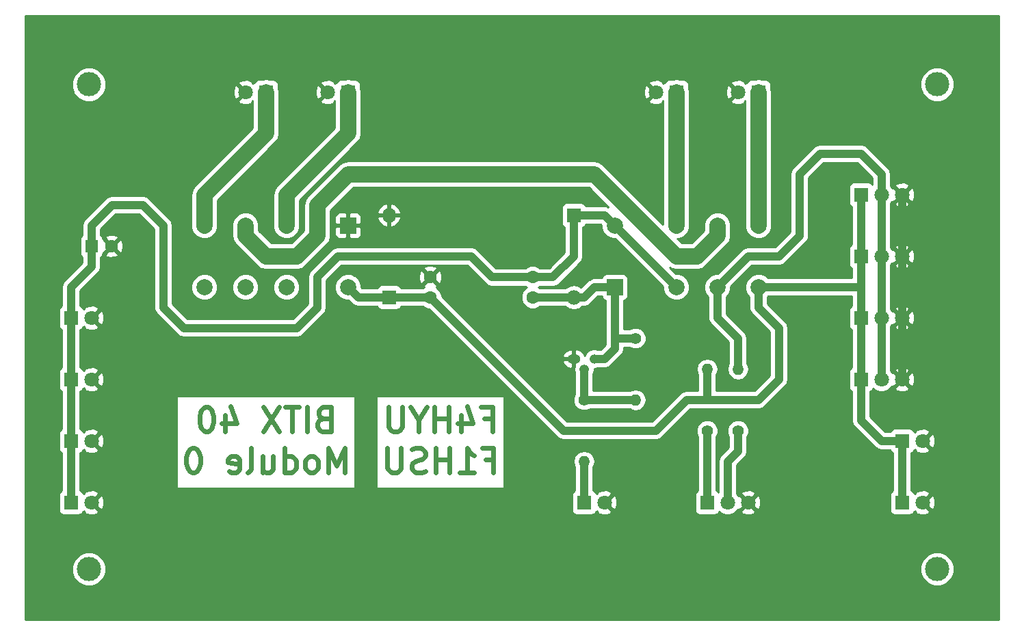
<source format=gbr>
G04 #@! TF.FileFunction,Copper,L2,Bot,Signal*
%FSLAX46Y46*%
G04 Gerber Fmt 4.6, Leading zero omitted, Abs format (unit mm)*
G04 Created by KiCad (PCBNEW 4.0.7) date 02/11/18 09:34:33*
%MOMM*%
%LPD*%
G01*
G04 APERTURE LIST*
%ADD10C,0.100000*%
%ADD11C,0.600000*%
%ADD12C,1.400000*%
%ADD13O,1.400000X1.400000*%
%ADD14R,1.600000X1.600000*%
%ADD15C,1.600000*%
%ADD16R,1.800000X1.800000*%
%ADD17O,1.800000X1.800000*%
%ADD18R,2.000000X2.000000*%
%ADD19C,2.000000*%
%ADD20O,1.600000X1.200000*%
%ADD21O,1.200000X1.200000*%
%ADD22C,1.800000*%
%ADD23C,3.000000*%
%ADD24C,1.000000*%
%ADD25C,2.000000*%
%ADD26C,0.254000*%
G04 APERTURE END LIST*
D10*
D11*
X148938571Y-101375714D02*
X149938571Y-101375714D01*
X149938571Y-102947143D02*
X149938571Y-99947143D01*
X148510000Y-99947143D01*
X146081428Y-100947143D02*
X146081428Y-102947143D01*
X146795714Y-99804286D02*
X147509999Y-101947143D01*
X145652857Y-101947143D01*
X144509999Y-102947143D02*
X144509999Y-99947143D01*
X144509999Y-101375714D02*
X142795714Y-101375714D01*
X142795714Y-102947143D02*
X142795714Y-99947143D01*
X140795714Y-101518571D02*
X140795714Y-102947143D01*
X141795714Y-99947143D02*
X140795714Y-101518571D01*
X139795714Y-99947143D01*
X138795713Y-99947143D02*
X138795713Y-102375714D01*
X138652856Y-102661429D01*
X138509999Y-102804286D01*
X138224285Y-102947143D01*
X137652856Y-102947143D01*
X137367142Y-102804286D01*
X137224285Y-102661429D01*
X137081428Y-102375714D01*
X137081428Y-99947143D01*
X149081428Y-106475714D02*
X150081428Y-106475714D01*
X150081428Y-108047143D02*
X150081428Y-105047143D01*
X148652857Y-105047143D01*
X145938571Y-108047143D02*
X147652856Y-108047143D01*
X146795714Y-108047143D02*
X146795714Y-105047143D01*
X147081428Y-105475714D01*
X147367142Y-105761429D01*
X147652856Y-105904286D01*
X144652856Y-108047143D02*
X144652856Y-105047143D01*
X144652856Y-106475714D02*
X142938571Y-106475714D01*
X142938571Y-108047143D02*
X142938571Y-105047143D01*
X141652856Y-107904286D02*
X141224285Y-108047143D01*
X140509999Y-108047143D01*
X140224285Y-107904286D01*
X140081428Y-107761429D01*
X139938571Y-107475714D01*
X139938571Y-107190000D01*
X140081428Y-106904286D01*
X140224285Y-106761429D01*
X140509999Y-106618571D01*
X141081428Y-106475714D01*
X141367142Y-106332857D01*
X141509999Y-106190000D01*
X141652856Y-105904286D01*
X141652856Y-105618571D01*
X141509999Y-105332857D01*
X141367142Y-105190000D01*
X141081428Y-105047143D01*
X140367142Y-105047143D01*
X139938571Y-105190000D01*
X138652856Y-105047143D02*
X138652856Y-107475714D01*
X138509999Y-107761429D01*
X138367142Y-107904286D01*
X138081428Y-108047143D01*
X137509999Y-108047143D01*
X137224285Y-107904286D01*
X137081428Y-107761429D01*
X136938571Y-107475714D01*
X136938571Y-105047143D01*
X128991428Y-101375714D02*
X128562857Y-101518571D01*
X128420000Y-101661429D01*
X128277143Y-101947143D01*
X128277143Y-102375714D01*
X128420000Y-102661429D01*
X128562857Y-102804286D01*
X128848571Y-102947143D01*
X129991428Y-102947143D01*
X129991428Y-99947143D01*
X128991428Y-99947143D01*
X128705714Y-100090000D01*
X128562857Y-100232857D01*
X128420000Y-100518571D01*
X128420000Y-100804286D01*
X128562857Y-101090000D01*
X128705714Y-101232857D01*
X128991428Y-101375714D01*
X129991428Y-101375714D01*
X126991428Y-102947143D02*
X126991428Y-99947143D01*
X125991429Y-99947143D02*
X124277143Y-99947143D01*
X125134286Y-102947143D02*
X125134286Y-99947143D01*
X123562858Y-99947143D02*
X121562858Y-102947143D01*
X121562858Y-99947143D02*
X123562858Y-102947143D01*
X116848572Y-100947143D02*
X116848572Y-102947143D01*
X117562858Y-99804286D02*
X118277143Y-101947143D01*
X116420001Y-101947143D01*
X114705715Y-99947143D02*
X114420000Y-99947143D01*
X114134286Y-100090000D01*
X113991429Y-100232857D01*
X113848572Y-100518571D01*
X113705715Y-101090000D01*
X113705715Y-101804286D01*
X113848572Y-102375714D01*
X113991429Y-102661429D01*
X114134286Y-102804286D01*
X114420000Y-102947143D01*
X114705715Y-102947143D01*
X114991429Y-102804286D01*
X115134286Y-102661429D01*
X115277143Y-102375714D01*
X115420000Y-101804286D01*
X115420000Y-101090000D01*
X115277143Y-100518571D01*
X115134286Y-100232857D01*
X114991429Y-100090000D01*
X114705715Y-99947143D01*
X131634286Y-108047143D02*
X131634286Y-105047143D01*
X130634286Y-107190000D01*
X129634286Y-105047143D01*
X129634286Y-108047143D01*
X127777144Y-108047143D02*
X128062858Y-107904286D01*
X128205715Y-107761429D01*
X128348572Y-107475714D01*
X128348572Y-106618571D01*
X128205715Y-106332857D01*
X128062858Y-106190000D01*
X127777144Y-106047143D01*
X127348572Y-106047143D01*
X127062858Y-106190000D01*
X126920001Y-106332857D01*
X126777144Y-106618571D01*
X126777144Y-107475714D01*
X126920001Y-107761429D01*
X127062858Y-107904286D01*
X127348572Y-108047143D01*
X127777144Y-108047143D01*
X124205715Y-108047143D02*
X124205715Y-105047143D01*
X124205715Y-107904286D02*
X124491429Y-108047143D01*
X125062858Y-108047143D01*
X125348572Y-107904286D01*
X125491429Y-107761429D01*
X125634286Y-107475714D01*
X125634286Y-106618571D01*
X125491429Y-106332857D01*
X125348572Y-106190000D01*
X125062858Y-106047143D01*
X124491429Y-106047143D01*
X124205715Y-106190000D01*
X121491429Y-106047143D02*
X121491429Y-108047143D01*
X122777143Y-106047143D02*
X122777143Y-107618571D01*
X122634286Y-107904286D01*
X122348572Y-108047143D01*
X121920000Y-108047143D01*
X121634286Y-107904286D01*
X121491429Y-107761429D01*
X119634286Y-108047143D02*
X119920000Y-107904286D01*
X120062857Y-107618571D01*
X120062857Y-105047143D01*
X117348571Y-107904286D02*
X117634285Y-108047143D01*
X118205714Y-108047143D01*
X118491428Y-107904286D01*
X118634285Y-107618571D01*
X118634285Y-106475714D01*
X118491428Y-106190000D01*
X118205714Y-106047143D01*
X117634285Y-106047143D01*
X117348571Y-106190000D01*
X117205714Y-106475714D01*
X117205714Y-106761429D01*
X118634285Y-107047143D01*
X113062857Y-105047143D02*
X112777142Y-105047143D01*
X112491428Y-105190000D01*
X112348571Y-105332857D01*
X112205714Y-105618571D01*
X112062857Y-106190000D01*
X112062857Y-106904286D01*
X112205714Y-107475714D01*
X112348571Y-107761429D01*
X112491428Y-107904286D01*
X112777142Y-108047143D01*
X113062857Y-108047143D01*
X113348571Y-107904286D01*
X113491428Y-107761429D01*
X113634285Y-107475714D01*
X113777142Y-106904286D01*
X113777142Y-106190000D01*
X113634285Y-105618571D01*
X113491428Y-105332857D01*
X113348571Y-105190000D01*
X113062857Y-105047143D01*
D12*
X180340000Y-102870000D03*
D13*
X180340000Y-95250000D03*
D14*
X100330000Y-80010000D03*
D15*
X102830000Y-80010000D03*
X142240000Y-86360000D03*
X142240000Y-83860000D03*
X154940000Y-86360000D03*
X154940000Y-83860000D03*
D16*
X137160000Y-86360000D03*
D17*
X137160000Y-76200000D03*
D16*
X160020000Y-76200000D03*
D17*
X160020000Y-86360000D03*
D18*
X132080000Y-77470000D03*
D19*
X132080000Y-85090000D03*
X124460000Y-77470000D03*
X124460000Y-85090000D03*
X119380000Y-77470000D03*
X119380000Y-85090000D03*
X114300000Y-85090000D03*
X114300000Y-77470000D03*
D18*
X165100000Y-85090000D03*
D19*
X165100000Y-77470000D03*
X172720000Y-85090000D03*
X172720000Y-77470000D03*
X177800000Y-85090000D03*
X177800000Y-77470000D03*
X182880000Y-77470000D03*
X182880000Y-85090000D03*
D20*
X160020000Y-93980000D03*
D21*
X161290000Y-95250000D03*
X162560000Y-93980000D03*
D12*
X161290000Y-99060000D03*
D13*
X161290000Y-106680000D03*
D12*
X167640000Y-91440000D03*
D13*
X167640000Y-99060000D03*
D12*
X176530000Y-102870000D03*
D13*
X176530000Y-95250000D03*
D16*
X161290000Y-111760000D03*
D22*
X163830000Y-111760000D03*
D16*
X97790000Y-111760000D03*
D22*
X100330000Y-111760000D03*
D16*
X132080000Y-60960000D03*
D22*
X129540000Y-60960000D03*
D16*
X195580000Y-96520000D03*
D22*
X198120000Y-96520000D03*
X200660000Y-96520000D03*
D16*
X195580000Y-88900000D03*
D22*
X198120000Y-88900000D03*
X200660000Y-88900000D03*
D16*
X195580000Y-81280000D03*
D22*
X198120000Y-81280000D03*
X200660000Y-81280000D03*
D16*
X121920000Y-60960000D03*
D22*
X119380000Y-60960000D03*
D16*
X195580000Y-73660000D03*
D22*
X198120000Y-73660000D03*
X200660000Y-73660000D03*
D16*
X97790000Y-104140000D03*
D22*
X100330000Y-104140000D03*
D16*
X200660000Y-104140000D03*
D22*
X203200000Y-104140000D03*
D16*
X182880000Y-60960000D03*
D22*
X180340000Y-60960000D03*
D16*
X172720000Y-60960000D03*
D22*
X170180000Y-60960000D03*
D16*
X200660000Y-111760000D03*
D22*
X203200000Y-111760000D03*
D16*
X97790000Y-88900000D03*
D22*
X100330000Y-88900000D03*
D16*
X97790000Y-96520000D03*
D22*
X100330000Y-96520000D03*
D16*
X176530000Y-111760000D03*
D22*
X179070000Y-111760000D03*
X181610000Y-111760000D03*
D23*
X100000000Y-60000000D03*
X205000000Y-60000000D03*
X205000000Y-120000000D03*
X100000000Y-120000000D03*
D24*
X154940000Y-83860000D02*
X149900000Y-83860000D01*
X100330000Y-77470000D02*
X100330000Y-80010000D01*
X102870000Y-74930000D02*
X100330000Y-77470000D01*
X106680000Y-74930000D02*
X102870000Y-74930000D01*
X109220000Y-77470000D02*
X106680000Y-74930000D01*
X109220000Y-87630000D02*
X109220000Y-77470000D01*
X111760000Y-90170000D02*
X109220000Y-87630000D01*
X125730000Y-90170000D02*
X111760000Y-90170000D01*
X128270000Y-87630000D02*
X125730000Y-90170000D01*
X128270000Y-83820000D02*
X128270000Y-87630000D01*
X130810000Y-81280000D02*
X128270000Y-83820000D01*
X147320000Y-81280000D02*
X130810000Y-81280000D01*
X149900000Y-83860000D02*
X147320000Y-81280000D01*
X165100000Y-77470000D02*
X172720000Y-85090000D01*
X154940000Y-83860000D02*
X157440000Y-83860000D01*
X160020000Y-81280000D02*
X160020000Y-76200000D01*
X157440000Y-83860000D02*
X160020000Y-81280000D01*
X160020000Y-76200000D02*
X163830000Y-76200000D01*
X163830000Y-76200000D02*
X165100000Y-77470000D01*
X97790000Y-104140000D02*
X97790000Y-111760000D01*
X97790000Y-96520000D02*
X97790000Y-104140000D01*
X97790000Y-88900000D02*
X97790000Y-96520000D01*
X100330000Y-80010000D02*
X100330000Y-82550000D01*
X100330000Y-82550000D02*
X97790000Y-85090000D01*
X97790000Y-85090000D02*
X97790000Y-88900000D01*
X200660000Y-81280000D02*
X200660000Y-73660000D01*
X200660000Y-81280000D02*
X200660000Y-88900000D01*
X200660000Y-88900000D02*
X200660000Y-96520000D01*
X142240000Y-86360000D02*
X158750000Y-102870000D01*
X173990000Y-99060000D02*
X170180000Y-102870000D01*
X170180000Y-102870000D02*
X158750000Y-102870000D01*
X173990000Y-99060000D02*
X176530000Y-99060000D01*
X176530000Y-95250000D02*
X176530000Y-99060000D01*
X182880000Y-87630000D02*
X182880000Y-85090000D01*
X176530000Y-99060000D02*
X182880000Y-99060000D01*
X182880000Y-99060000D02*
X185420000Y-96520000D01*
X185420000Y-96520000D02*
X185420000Y-90170000D01*
X185420000Y-90170000D02*
X182880000Y-87630000D01*
X132080000Y-85090000D02*
X133350000Y-86360000D01*
X133350000Y-86360000D02*
X137160000Y-86360000D01*
X142240000Y-86360000D02*
X137160000Y-86360000D01*
X200660000Y-111760000D02*
X200660000Y-104140000D01*
X195580000Y-96520000D02*
X195580000Y-101600000D01*
X198120000Y-104140000D02*
X200660000Y-104140000D01*
X195580000Y-101600000D02*
X198120000Y-104140000D01*
X182880000Y-85090000D02*
X195580000Y-85090000D01*
X195580000Y-88900000D02*
X195580000Y-96520000D01*
X195580000Y-81280000D02*
X195580000Y-85090000D01*
X195580000Y-85090000D02*
X195580000Y-88900000D01*
X195580000Y-73660000D02*
X195580000Y-81280000D01*
X161290000Y-106680000D02*
X161290000Y-111760000D01*
D25*
X124460000Y-77470000D02*
X124460000Y-73660000D01*
X132080000Y-66040000D02*
X132080000Y-60960000D01*
X124460000Y-73660000D02*
X132080000Y-66040000D01*
D24*
X180340000Y-95250000D02*
X180340000Y-91440000D01*
X177800000Y-88900000D02*
X177800000Y-85090000D01*
X180340000Y-91440000D02*
X177800000Y-88900000D01*
X198120000Y-73660000D02*
X198120000Y-71120000D01*
X181610000Y-81280000D02*
X177800000Y-85090000D01*
X185420000Y-81280000D02*
X181610000Y-81280000D01*
X187960000Y-78740000D02*
X185420000Y-81280000D01*
X187960000Y-71120000D02*
X187960000Y-78740000D01*
X190500000Y-68580000D02*
X187960000Y-71120000D01*
X195580000Y-68580000D02*
X190500000Y-68580000D01*
X198120000Y-71120000D02*
X195580000Y-68580000D01*
X198120000Y-81280000D02*
X198120000Y-73660000D01*
X198120000Y-88900000D02*
X198120000Y-81280000D01*
X198120000Y-96520000D02*
X198120000Y-88900000D01*
D25*
X121920000Y-60960000D02*
X121920000Y-66040000D01*
X114300000Y-73660000D02*
X114300000Y-77470000D01*
X121920000Y-66040000D02*
X114300000Y-73660000D01*
X182880000Y-60960000D02*
X182880000Y-77470000D01*
X172720000Y-60960000D02*
X172720000Y-77470000D01*
D24*
X176530000Y-111760000D02*
X176530000Y-102870000D01*
X180340000Y-102870000D02*
X180340000Y-105410000D01*
X179070000Y-106680000D02*
X179070000Y-111760000D01*
X180340000Y-105410000D02*
X179070000Y-106680000D01*
X161290000Y-99060000D02*
X167640000Y-99060000D01*
X161290000Y-95250000D02*
X161290000Y-99060000D01*
X154940000Y-86360000D02*
X160020000Y-86360000D01*
X160020000Y-86360000D02*
X161290000Y-86360000D01*
X162560000Y-85090000D02*
X165100000Y-85090000D01*
X161290000Y-86360000D02*
X162560000Y-85090000D01*
X167640000Y-91440000D02*
X165100000Y-91440000D01*
X165100000Y-85090000D02*
X165100000Y-91440000D01*
X165100000Y-91440000D02*
X165100000Y-92710000D01*
X163830000Y-93980000D02*
X162560000Y-93980000D01*
X165100000Y-92710000D02*
X163830000Y-93980000D01*
D25*
X119380000Y-77470000D02*
X119380000Y-78740000D01*
X128270000Y-74930000D02*
X128270000Y-78740000D01*
X128270000Y-78740000D02*
X125730000Y-81280000D01*
X177800000Y-78740000D02*
X177800000Y-77470000D01*
X162560000Y-71120000D02*
X132080000Y-71120000D01*
X172720000Y-81280000D02*
X162560000Y-71120000D01*
X175260000Y-81280000D02*
X172720000Y-81280000D01*
X177800000Y-78740000D02*
X175260000Y-81280000D01*
X132080000Y-71120000D02*
X128270000Y-74930000D01*
X121920000Y-81280000D02*
X125730000Y-81280000D01*
X119380000Y-78740000D02*
X121920000Y-81280000D01*
D26*
G36*
X212650000Y-126290000D02*
X92150000Y-126290000D01*
X92150000Y-120422815D01*
X97864630Y-120422815D01*
X98188980Y-121207800D01*
X98789041Y-121808909D01*
X99573459Y-122134628D01*
X100422815Y-122135370D01*
X101207800Y-121811020D01*
X101808909Y-121210959D01*
X102134628Y-120426541D01*
X102134631Y-120422815D01*
X202864630Y-120422815D01*
X203188980Y-121207800D01*
X203789041Y-121808909D01*
X204573459Y-122134628D01*
X205422815Y-122135370D01*
X206207800Y-121811020D01*
X206808909Y-121210959D01*
X207134628Y-120426541D01*
X207135370Y-119577185D01*
X206811020Y-118792200D01*
X206210959Y-118191091D01*
X205426541Y-117865372D01*
X204577185Y-117864630D01*
X203792200Y-118188980D01*
X203191091Y-118789041D01*
X202865372Y-119573459D01*
X202864630Y-120422815D01*
X102134631Y-120422815D01*
X102135370Y-119577185D01*
X101811020Y-118792200D01*
X101210959Y-118191091D01*
X100426541Y-117865372D01*
X99577185Y-117864630D01*
X98792200Y-118188980D01*
X98191091Y-118789041D01*
X97865372Y-119573459D01*
X97864630Y-120422815D01*
X92150000Y-120422815D01*
X92150000Y-88000000D01*
X96242560Y-88000000D01*
X96242560Y-89800000D01*
X96286838Y-90035317D01*
X96425910Y-90251441D01*
X96638110Y-90396431D01*
X96655000Y-90399851D01*
X96655000Y-95016778D01*
X96654683Y-95016838D01*
X96438559Y-95155910D01*
X96293569Y-95368110D01*
X96242560Y-95620000D01*
X96242560Y-97420000D01*
X96286838Y-97655317D01*
X96425910Y-97871441D01*
X96638110Y-98016431D01*
X96655000Y-98019851D01*
X96655000Y-102636778D01*
X96654683Y-102636838D01*
X96438559Y-102775910D01*
X96293569Y-102988110D01*
X96242560Y-103240000D01*
X96242560Y-105040000D01*
X96286838Y-105275317D01*
X96425910Y-105491441D01*
X96638110Y-105636431D01*
X96655000Y-105639851D01*
X96655000Y-110256778D01*
X96654683Y-110256838D01*
X96438559Y-110395910D01*
X96293569Y-110608110D01*
X96242560Y-110860000D01*
X96242560Y-112660000D01*
X96286838Y-112895317D01*
X96425910Y-113111441D01*
X96638110Y-113256431D01*
X96890000Y-113307440D01*
X98690000Y-113307440D01*
X98925317Y-113263162D01*
X99141441Y-113124090D01*
X99280598Y-112920426D01*
X99314890Y-112954718D01*
X99429447Y-112840161D01*
X99515852Y-113096643D01*
X100089336Y-113306458D01*
X100699460Y-113280839D01*
X101144148Y-113096643D01*
X101230554Y-112840159D01*
X100330000Y-111939605D01*
X100315858Y-111953748D01*
X100136253Y-111774143D01*
X100150395Y-111760000D01*
X100509605Y-111760000D01*
X101410159Y-112660554D01*
X101666643Y-112574148D01*
X101876458Y-112000664D01*
X101850839Y-111390540D01*
X101666643Y-110945852D01*
X101411804Y-110860000D01*
X159742560Y-110860000D01*
X159742560Y-112660000D01*
X159786838Y-112895317D01*
X159925910Y-113111441D01*
X160138110Y-113256431D01*
X160390000Y-113307440D01*
X162190000Y-113307440D01*
X162425317Y-113263162D01*
X162641441Y-113124090D01*
X162780598Y-112920426D01*
X162814890Y-112954718D01*
X162929447Y-112840161D01*
X163015852Y-113096643D01*
X163589336Y-113306458D01*
X164199460Y-113280839D01*
X164644148Y-113096643D01*
X164730554Y-112840159D01*
X163830000Y-111939605D01*
X163815858Y-111953748D01*
X163636253Y-111774143D01*
X163650395Y-111760000D01*
X164009605Y-111760000D01*
X164910159Y-112660554D01*
X165166643Y-112574148D01*
X165376458Y-112000664D01*
X165350839Y-111390540D01*
X165166643Y-110945852D01*
X164911804Y-110860000D01*
X174982560Y-110860000D01*
X174982560Y-112660000D01*
X175026838Y-112895317D01*
X175165910Y-113111441D01*
X175378110Y-113256431D01*
X175630000Y-113307440D01*
X177430000Y-113307440D01*
X177665317Y-113263162D01*
X177881441Y-113124090D01*
X178026431Y-112911890D01*
X178030567Y-112891466D01*
X178199357Y-113060551D01*
X178763330Y-113294733D01*
X179373991Y-113295265D01*
X179938371Y-113062068D01*
X180160668Y-112840159D01*
X180709446Y-112840159D01*
X180795852Y-113096643D01*
X181369336Y-113306458D01*
X181979460Y-113280839D01*
X182424148Y-113096643D01*
X182510554Y-112840159D01*
X181610000Y-111939605D01*
X180709446Y-112840159D01*
X180160668Y-112840159D01*
X180370551Y-112630643D01*
X180379203Y-112609806D01*
X180529841Y-112660554D01*
X181430395Y-111760000D01*
X181789605Y-111760000D01*
X182690159Y-112660554D01*
X182946643Y-112574148D01*
X183156458Y-112000664D01*
X183130839Y-111390540D01*
X182946643Y-110945852D01*
X182690159Y-110859446D01*
X181789605Y-111760000D01*
X181430395Y-111760000D01*
X180529841Y-110859446D01*
X180379673Y-110910035D01*
X180372068Y-110891629D01*
X180205000Y-110724269D01*
X180205000Y-110679841D01*
X180709446Y-110679841D01*
X181610000Y-111580395D01*
X182510554Y-110679841D01*
X182424148Y-110423357D01*
X181850664Y-110213542D01*
X181240540Y-110239161D01*
X180795852Y-110423357D01*
X180709446Y-110679841D01*
X180205000Y-110679841D01*
X180205000Y-107150132D01*
X181142566Y-106212566D01*
X181388603Y-105844346D01*
X181475000Y-105410000D01*
X181475000Y-103617807D01*
X181674768Y-103136713D01*
X181675231Y-102605617D01*
X181472418Y-102114771D01*
X181097204Y-101738902D01*
X180606713Y-101535232D01*
X180075617Y-101534769D01*
X179584771Y-101737582D01*
X179208902Y-102112796D01*
X179005232Y-102603287D01*
X179004769Y-103134383D01*
X179205000Y-103618980D01*
X179205000Y-104939868D01*
X178267434Y-105877434D01*
X178021397Y-106245654D01*
X177935000Y-106680000D01*
X177935000Y-110472135D01*
X177894090Y-110408559D01*
X177681890Y-110263569D01*
X177665000Y-110260149D01*
X177665000Y-103617807D01*
X177864768Y-103136713D01*
X177865231Y-102605617D01*
X177662418Y-102114771D01*
X177287204Y-101738902D01*
X176796713Y-101535232D01*
X176265617Y-101534769D01*
X175774771Y-101737582D01*
X175398902Y-102112796D01*
X175195232Y-102603287D01*
X175194769Y-103134383D01*
X175395000Y-103618980D01*
X175395000Y-110256778D01*
X175394683Y-110256838D01*
X175178559Y-110395910D01*
X175033569Y-110608110D01*
X174982560Y-110860000D01*
X164911804Y-110860000D01*
X164910159Y-110859446D01*
X164009605Y-111760000D01*
X163650395Y-111760000D01*
X163636253Y-111745858D01*
X163815858Y-111566253D01*
X163830000Y-111580395D01*
X164730554Y-110679841D01*
X164644148Y-110423357D01*
X164070664Y-110213542D01*
X163460540Y-110239161D01*
X163015852Y-110423357D01*
X162929447Y-110679839D01*
X162814890Y-110565282D01*
X162778412Y-110601760D01*
X162654090Y-110408559D01*
X162441890Y-110263569D01*
X162425000Y-110260149D01*
X162425000Y-107364271D01*
X162523379Y-107217036D01*
X162625000Y-106706154D01*
X162625000Y-106653846D01*
X162523379Y-106142964D01*
X162233988Y-105709858D01*
X161800882Y-105420467D01*
X161290000Y-105318846D01*
X160779118Y-105420467D01*
X160346012Y-105709858D01*
X160056621Y-106142964D01*
X159955000Y-106653846D01*
X159955000Y-106706154D01*
X160056621Y-107217036D01*
X160155000Y-107364271D01*
X160155000Y-110256778D01*
X160154683Y-110256838D01*
X159938559Y-110395910D01*
X159793569Y-110608110D01*
X159742560Y-110860000D01*
X101411804Y-110860000D01*
X101410159Y-110859446D01*
X100509605Y-111760000D01*
X100150395Y-111760000D01*
X100136253Y-111745858D01*
X100315858Y-111566253D01*
X100330000Y-111580395D01*
X101230554Y-110679841D01*
X101144148Y-110423357D01*
X100570664Y-110213542D01*
X99960540Y-110239161D01*
X99515852Y-110423357D01*
X99429447Y-110679839D01*
X99314890Y-110565282D01*
X99278412Y-110601760D01*
X99154090Y-110408559D01*
X98941890Y-110263569D01*
X98925000Y-110260149D01*
X98925000Y-105643222D01*
X98925317Y-105643162D01*
X99141441Y-105504090D01*
X99280598Y-105300426D01*
X99314890Y-105334718D01*
X99429447Y-105220161D01*
X99515852Y-105476643D01*
X100089336Y-105686458D01*
X100699460Y-105660839D01*
X101144148Y-105476643D01*
X101230554Y-105220159D01*
X100330000Y-104319605D01*
X100315858Y-104333748D01*
X100136253Y-104154143D01*
X100150395Y-104140000D01*
X100509605Y-104140000D01*
X101410159Y-105040554D01*
X101666643Y-104954148D01*
X101876458Y-104380664D01*
X101850839Y-103770540D01*
X101666643Y-103325852D01*
X101410159Y-103239446D01*
X100509605Y-104140000D01*
X100150395Y-104140000D01*
X100136253Y-104125858D01*
X100315858Y-103946253D01*
X100330000Y-103960395D01*
X101230554Y-103059841D01*
X101144148Y-102803357D01*
X100570664Y-102593542D01*
X99960540Y-102619161D01*
X99515852Y-102803357D01*
X99429447Y-103059839D01*
X99314890Y-102945282D01*
X99278412Y-102981760D01*
X99154090Y-102788559D01*
X98941890Y-102643569D01*
X98925000Y-102640149D01*
X98925000Y-98555000D01*
X110856428Y-98555000D01*
X110856428Y-110025000D01*
X132983572Y-110025000D01*
X132983572Y-98555000D01*
X135589286Y-98555000D01*
X135589286Y-110025000D01*
X151430715Y-110025000D01*
X151430715Y-98555000D01*
X135589286Y-98555000D01*
X132983572Y-98555000D01*
X110856428Y-98555000D01*
X98925000Y-98555000D01*
X98925000Y-98023222D01*
X98925317Y-98023162D01*
X99141441Y-97884090D01*
X99280598Y-97680426D01*
X99314890Y-97714718D01*
X99429447Y-97600161D01*
X99515852Y-97856643D01*
X100089336Y-98066458D01*
X100699460Y-98040839D01*
X101144148Y-97856643D01*
X101230554Y-97600159D01*
X100330000Y-96699605D01*
X100315858Y-96713748D01*
X100136253Y-96534143D01*
X100150395Y-96520000D01*
X100509605Y-96520000D01*
X101410159Y-97420554D01*
X101666643Y-97334148D01*
X101876458Y-96760664D01*
X101850839Y-96150540D01*
X101666643Y-95705852D01*
X101410159Y-95619446D01*
X100509605Y-96520000D01*
X100150395Y-96520000D01*
X100136253Y-96505858D01*
X100315858Y-96326253D01*
X100330000Y-96340395D01*
X101230554Y-95439841D01*
X101144148Y-95183357D01*
X100570664Y-94973542D01*
X99960540Y-94999161D01*
X99515852Y-95183357D01*
X99429447Y-95439839D01*
X99314890Y-95325282D01*
X99278412Y-95361760D01*
X99154090Y-95168559D01*
X98941890Y-95023569D01*
X98925000Y-95020149D01*
X98925000Y-90403222D01*
X98925317Y-90403162D01*
X99141441Y-90264090D01*
X99280598Y-90060426D01*
X99314890Y-90094718D01*
X99429447Y-89980161D01*
X99515852Y-90236643D01*
X100089336Y-90446458D01*
X100699460Y-90420839D01*
X101144148Y-90236643D01*
X101230554Y-89980159D01*
X100330000Y-89079605D01*
X100315858Y-89093748D01*
X100136253Y-88914143D01*
X100150395Y-88900000D01*
X100509605Y-88900000D01*
X101410159Y-89800554D01*
X101666643Y-89714148D01*
X101876458Y-89140664D01*
X101850839Y-88530540D01*
X101666643Y-88085852D01*
X101410159Y-87999446D01*
X100509605Y-88900000D01*
X100150395Y-88900000D01*
X100136253Y-88885858D01*
X100315858Y-88706253D01*
X100330000Y-88720395D01*
X101230554Y-87819841D01*
X101144148Y-87563357D01*
X100570664Y-87353542D01*
X99960540Y-87379161D01*
X99515852Y-87563357D01*
X99429447Y-87819839D01*
X99314890Y-87705282D01*
X99278412Y-87741760D01*
X99154090Y-87548559D01*
X98941890Y-87403569D01*
X98925000Y-87400149D01*
X98925000Y-85560132D01*
X101132566Y-83352567D01*
X101378603Y-82984346D01*
X101465000Y-82550000D01*
X101465000Y-81349018D01*
X101581441Y-81274090D01*
X101726431Y-81061890D01*
X101735370Y-81017745D01*
X102001861Y-81017745D01*
X102075995Y-81263864D01*
X102613223Y-81456965D01*
X103183454Y-81429778D01*
X103584005Y-81263864D01*
X103658139Y-81017745D01*
X102830000Y-80189605D01*
X102001861Y-81017745D01*
X101735370Y-81017745D01*
X101774646Y-80823799D01*
X101822255Y-80838139D01*
X102650395Y-80010000D01*
X103009605Y-80010000D01*
X103837745Y-80838139D01*
X104083864Y-80764005D01*
X104276965Y-80226777D01*
X104249778Y-79656546D01*
X104083864Y-79255995D01*
X103837745Y-79181861D01*
X103009605Y-80010000D01*
X102650395Y-80010000D01*
X101822255Y-79181861D01*
X101774833Y-79196145D01*
X101738351Y-79002255D01*
X102001861Y-79002255D01*
X102830000Y-79830395D01*
X103658139Y-79002255D01*
X103584005Y-78756136D01*
X103046777Y-78563035D01*
X102476546Y-78590222D01*
X102075995Y-78756136D01*
X102001861Y-79002255D01*
X101738351Y-79002255D01*
X101733162Y-78974683D01*
X101594090Y-78758559D01*
X101465000Y-78670356D01*
X101465000Y-77940132D01*
X103340133Y-76065000D01*
X106209868Y-76065000D01*
X108085000Y-77940133D01*
X108085000Y-87630000D01*
X108171397Y-88064346D01*
X108185767Y-88085852D01*
X108417434Y-88432566D01*
X110957433Y-90972566D01*
X111257834Y-91173287D01*
X111325654Y-91218603D01*
X111760000Y-91305000D01*
X125730000Y-91305000D01*
X126164346Y-91218603D01*
X126532566Y-90972566D01*
X129072566Y-88432567D01*
X129318603Y-88064346D01*
X129346306Y-87925072D01*
X129405000Y-87630000D01*
X129405000Y-85413795D01*
X130444716Y-85413795D01*
X130693106Y-86014943D01*
X131152637Y-86475278D01*
X131753352Y-86724716D01*
X132109895Y-86725027D01*
X132547434Y-87162566D01*
X132915654Y-87408603D01*
X133350000Y-87495000D01*
X135656778Y-87495000D01*
X135656838Y-87495317D01*
X135795910Y-87711441D01*
X136008110Y-87856431D01*
X136260000Y-87907440D01*
X138060000Y-87907440D01*
X138295317Y-87863162D01*
X138511441Y-87724090D01*
X138656431Y-87511890D01*
X138659851Y-87495000D01*
X141345394Y-87495000D01*
X141426077Y-87575824D01*
X141953309Y-87794750D01*
X142069720Y-87794852D01*
X157947434Y-103672566D01*
X158315654Y-103918603D01*
X158750000Y-104005000D01*
X170180000Y-104005000D01*
X170614346Y-103918603D01*
X170982566Y-103672566D01*
X174460132Y-100195000D01*
X182880000Y-100195000D01*
X183314346Y-100108603D01*
X183682566Y-99862566D01*
X186222566Y-97322567D01*
X186468603Y-96954346D01*
X186494532Y-96823991D01*
X186555000Y-96520000D01*
X186555000Y-90170000D01*
X186468603Y-89735654D01*
X186446494Y-89702566D01*
X186222566Y-89367433D01*
X184015000Y-87159868D01*
X184015000Y-86267204D01*
X184057278Y-86225000D01*
X194445000Y-86225000D01*
X194445000Y-87396778D01*
X194444683Y-87396838D01*
X194228559Y-87535910D01*
X194083569Y-87748110D01*
X194032560Y-88000000D01*
X194032560Y-89800000D01*
X194076838Y-90035317D01*
X194215910Y-90251441D01*
X194428110Y-90396431D01*
X194445000Y-90399851D01*
X194445000Y-95016778D01*
X194444683Y-95016838D01*
X194228559Y-95155910D01*
X194083569Y-95368110D01*
X194032560Y-95620000D01*
X194032560Y-97420000D01*
X194076838Y-97655317D01*
X194215910Y-97871441D01*
X194428110Y-98016431D01*
X194445000Y-98019851D01*
X194445000Y-101600000D01*
X194531397Y-102034346D01*
X194777434Y-102402566D01*
X197317433Y-104942566D01*
X197463254Y-105040000D01*
X197685654Y-105188603D01*
X198120000Y-105275000D01*
X199156778Y-105275000D01*
X199156838Y-105275317D01*
X199295910Y-105491441D01*
X199508110Y-105636431D01*
X199525000Y-105639851D01*
X199525000Y-110256778D01*
X199524683Y-110256838D01*
X199308559Y-110395910D01*
X199163569Y-110608110D01*
X199112560Y-110860000D01*
X199112560Y-112660000D01*
X199156838Y-112895317D01*
X199295910Y-113111441D01*
X199508110Y-113256431D01*
X199760000Y-113307440D01*
X201560000Y-113307440D01*
X201795317Y-113263162D01*
X202011441Y-113124090D01*
X202150598Y-112920426D01*
X202184890Y-112954718D01*
X202299447Y-112840161D01*
X202385852Y-113096643D01*
X202959336Y-113306458D01*
X203569460Y-113280839D01*
X204014148Y-113096643D01*
X204100554Y-112840159D01*
X203200000Y-111939605D01*
X203185858Y-111953748D01*
X203006253Y-111774143D01*
X203020395Y-111760000D01*
X203379605Y-111760000D01*
X204280159Y-112660554D01*
X204536643Y-112574148D01*
X204746458Y-112000664D01*
X204720839Y-111390540D01*
X204536643Y-110945852D01*
X204280159Y-110859446D01*
X203379605Y-111760000D01*
X203020395Y-111760000D01*
X203006253Y-111745858D01*
X203185858Y-111566253D01*
X203200000Y-111580395D01*
X204100554Y-110679841D01*
X204014148Y-110423357D01*
X203440664Y-110213542D01*
X202830540Y-110239161D01*
X202385852Y-110423357D01*
X202299447Y-110679839D01*
X202184890Y-110565282D01*
X202148412Y-110601760D01*
X202024090Y-110408559D01*
X201811890Y-110263569D01*
X201795000Y-110260149D01*
X201795000Y-105643222D01*
X201795317Y-105643162D01*
X202011441Y-105504090D01*
X202150598Y-105300426D01*
X202184890Y-105334718D01*
X202299447Y-105220161D01*
X202385852Y-105476643D01*
X202959336Y-105686458D01*
X203569460Y-105660839D01*
X204014148Y-105476643D01*
X204100554Y-105220159D01*
X203200000Y-104319605D01*
X203185858Y-104333748D01*
X203006253Y-104154143D01*
X203020395Y-104140000D01*
X203379605Y-104140000D01*
X204280159Y-105040554D01*
X204536643Y-104954148D01*
X204746458Y-104380664D01*
X204720839Y-103770540D01*
X204536643Y-103325852D01*
X204280159Y-103239446D01*
X203379605Y-104140000D01*
X203020395Y-104140000D01*
X203006253Y-104125858D01*
X203185858Y-103946253D01*
X203200000Y-103960395D01*
X204100554Y-103059841D01*
X204014148Y-102803357D01*
X203440664Y-102593542D01*
X202830540Y-102619161D01*
X202385852Y-102803357D01*
X202299447Y-103059839D01*
X202184890Y-102945282D01*
X202148412Y-102981760D01*
X202024090Y-102788559D01*
X201811890Y-102643569D01*
X201560000Y-102592560D01*
X199760000Y-102592560D01*
X199524683Y-102636838D01*
X199308559Y-102775910D01*
X199163569Y-102988110D01*
X199160149Y-103005000D01*
X198590133Y-103005000D01*
X196715000Y-101129868D01*
X196715000Y-98023222D01*
X196715317Y-98023162D01*
X196931441Y-97884090D01*
X197076431Y-97671890D01*
X197080567Y-97651466D01*
X197249357Y-97820551D01*
X197813330Y-98054733D01*
X198423991Y-98055265D01*
X198988371Y-97822068D01*
X199210668Y-97600159D01*
X199759446Y-97600159D01*
X199845852Y-97856643D01*
X200419336Y-98066458D01*
X201029460Y-98040839D01*
X201474148Y-97856643D01*
X201560554Y-97600159D01*
X200660000Y-96699605D01*
X199759446Y-97600159D01*
X199210668Y-97600159D01*
X199420551Y-97390643D01*
X199429203Y-97369806D01*
X199579841Y-97420554D01*
X200480395Y-96520000D01*
X200839605Y-96520000D01*
X201740159Y-97420554D01*
X201996643Y-97334148D01*
X202206458Y-96760664D01*
X202180839Y-96150540D01*
X201996643Y-95705852D01*
X201740159Y-95619446D01*
X200839605Y-96520000D01*
X200480395Y-96520000D01*
X199579841Y-95619446D01*
X199429673Y-95670035D01*
X199422068Y-95651629D01*
X199255000Y-95484269D01*
X199255000Y-95439841D01*
X199759446Y-95439841D01*
X200660000Y-96340395D01*
X201560554Y-95439841D01*
X201474148Y-95183357D01*
X200900664Y-94973542D01*
X200290540Y-94999161D01*
X199845852Y-95183357D01*
X199759446Y-95439841D01*
X199255000Y-95439841D01*
X199255000Y-89980159D01*
X199759446Y-89980159D01*
X199845852Y-90236643D01*
X200419336Y-90446458D01*
X201029460Y-90420839D01*
X201474148Y-90236643D01*
X201560554Y-89980159D01*
X200660000Y-89079605D01*
X199759446Y-89980159D01*
X199255000Y-89980159D01*
X199255000Y-89935905D01*
X199420551Y-89770643D01*
X199429203Y-89749806D01*
X199579841Y-89800554D01*
X200480395Y-88900000D01*
X200839605Y-88900000D01*
X201740159Y-89800554D01*
X201996643Y-89714148D01*
X202206458Y-89140664D01*
X202180839Y-88530540D01*
X201996643Y-88085852D01*
X201740159Y-87999446D01*
X200839605Y-88900000D01*
X200480395Y-88900000D01*
X199579841Y-87999446D01*
X199429673Y-88050035D01*
X199422068Y-88031629D01*
X199255000Y-87864269D01*
X199255000Y-87819841D01*
X199759446Y-87819841D01*
X200660000Y-88720395D01*
X201560554Y-87819841D01*
X201474148Y-87563357D01*
X200900664Y-87353542D01*
X200290540Y-87379161D01*
X199845852Y-87563357D01*
X199759446Y-87819841D01*
X199255000Y-87819841D01*
X199255000Y-82360159D01*
X199759446Y-82360159D01*
X199845852Y-82616643D01*
X200419336Y-82826458D01*
X201029460Y-82800839D01*
X201474148Y-82616643D01*
X201560554Y-82360159D01*
X200660000Y-81459605D01*
X199759446Y-82360159D01*
X199255000Y-82360159D01*
X199255000Y-82315905D01*
X199420551Y-82150643D01*
X199429203Y-82129806D01*
X199579841Y-82180554D01*
X200480395Y-81280000D01*
X200839605Y-81280000D01*
X201740159Y-82180554D01*
X201996643Y-82094148D01*
X202206458Y-81520664D01*
X202180839Y-80910540D01*
X201996643Y-80465852D01*
X201740159Y-80379446D01*
X200839605Y-81280000D01*
X200480395Y-81280000D01*
X199579841Y-80379446D01*
X199429673Y-80430035D01*
X199422068Y-80411629D01*
X199255000Y-80244269D01*
X199255000Y-80199841D01*
X199759446Y-80199841D01*
X200660000Y-81100395D01*
X201560554Y-80199841D01*
X201474148Y-79943357D01*
X200900664Y-79733542D01*
X200290540Y-79759161D01*
X199845852Y-79943357D01*
X199759446Y-80199841D01*
X199255000Y-80199841D01*
X199255000Y-74740159D01*
X199759446Y-74740159D01*
X199845852Y-74996643D01*
X200419336Y-75206458D01*
X201029460Y-75180839D01*
X201474148Y-74996643D01*
X201560554Y-74740159D01*
X200660000Y-73839605D01*
X199759446Y-74740159D01*
X199255000Y-74740159D01*
X199255000Y-74695905D01*
X199420551Y-74530643D01*
X199429203Y-74509806D01*
X199579841Y-74560554D01*
X200480395Y-73660000D01*
X200839605Y-73660000D01*
X201740159Y-74560554D01*
X201996643Y-74474148D01*
X202206458Y-73900664D01*
X202180839Y-73290540D01*
X201996643Y-72845852D01*
X201740159Y-72759446D01*
X200839605Y-73660000D01*
X200480395Y-73660000D01*
X199579841Y-72759446D01*
X199429673Y-72810035D01*
X199422068Y-72791629D01*
X199255000Y-72624269D01*
X199255000Y-72579841D01*
X199759446Y-72579841D01*
X200660000Y-73480395D01*
X201560554Y-72579841D01*
X201474148Y-72323357D01*
X200900664Y-72113542D01*
X200290540Y-72139161D01*
X199845852Y-72323357D01*
X199759446Y-72579841D01*
X199255000Y-72579841D01*
X199255000Y-71120000D01*
X199168603Y-70685654D01*
X199040753Y-70494313D01*
X198922566Y-70317433D01*
X196382566Y-67777434D01*
X196014346Y-67531397D01*
X195580000Y-67445000D01*
X190500000Y-67445000D01*
X190065654Y-67531397D01*
X189697433Y-67777434D01*
X187157435Y-70317433D01*
X187157434Y-70317434D01*
X186911397Y-70685654D01*
X186825000Y-71120000D01*
X186825000Y-78269867D01*
X184949868Y-80145000D01*
X181610000Y-80145000D01*
X181175655Y-80231396D01*
X180807434Y-80477434D01*
X177829843Y-83455025D01*
X177476205Y-83454716D01*
X176875057Y-83703106D01*
X176414722Y-84162637D01*
X176165284Y-84763352D01*
X176164716Y-85413795D01*
X176413106Y-86014943D01*
X176665000Y-86267278D01*
X176665000Y-88900000D01*
X176751397Y-89334346D01*
X176773506Y-89367434D01*
X176997434Y-89702566D01*
X179205000Y-91910133D01*
X179205000Y-94565729D01*
X179106621Y-94712964D01*
X179005000Y-95223846D01*
X179005000Y-95276154D01*
X179106621Y-95787036D01*
X179396012Y-96220142D01*
X179829118Y-96509533D01*
X180340000Y-96611154D01*
X180850882Y-96509533D01*
X181283988Y-96220142D01*
X181573379Y-95787036D01*
X181675000Y-95276154D01*
X181675000Y-95223846D01*
X181573379Y-94712964D01*
X181475000Y-94565729D01*
X181475000Y-91440000D01*
X181388603Y-91005654D01*
X181174196Y-90684771D01*
X181142566Y-90637433D01*
X178935000Y-88429868D01*
X178935000Y-86267204D01*
X179185278Y-86017363D01*
X179434716Y-85416648D01*
X179435027Y-85060105D01*
X182080132Y-82415000D01*
X185420000Y-82415000D01*
X185854346Y-82328603D01*
X186222566Y-82082566D01*
X188762566Y-79542567D01*
X189008603Y-79174346D01*
X189042834Y-79002255D01*
X189095000Y-78740000D01*
X189095000Y-71590132D01*
X190970133Y-69715000D01*
X195109868Y-69715000D01*
X196985000Y-71590133D01*
X196985000Y-72372135D01*
X196944090Y-72308559D01*
X196731890Y-72163569D01*
X196480000Y-72112560D01*
X194680000Y-72112560D01*
X194444683Y-72156838D01*
X194228559Y-72295910D01*
X194083569Y-72508110D01*
X194032560Y-72760000D01*
X194032560Y-74560000D01*
X194076838Y-74795317D01*
X194215910Y-75011441D01*
X194428110Y-75156431D01*
X194445000Y-75159851D01*
X194445000Y-79776778D01*
X194444683Y-79776838D01*
X194228559Y-79915910D01*
X194083569Y-80128110D01*
X194032560Y-80380000D01*
X194032560Y-82180000D01*
X194076838Y-82415317D01*
X194215910Y-82631441D01*
X194428110Y-82776431D01*
X194445000Y-82779851D01*
X194445000Y-83955000D01*
X184057204Y-83955000D01*
X183807363Y-83704722D01*
X183206648Y-83455284D01*
X182556205Y-83454716D01*
X181955057Y-83703106D01*
X181494722Y-84162637D01*
X181245284Y-84763352D01*
X181244716Y-85413795D01*
X181493106Y-86014943D01*
X181745000Y-86267278D01*
X181745000Y-87630000D01*
X181831397Y-88064346D01*
X181845767Y-88085852D01*
X182077434Y-88432566D01*
X184285000Y-90640133D01*
X184285000Y-96049867D01*
X182409868Y-97925000D01*
X177665000Y-97925000D01*
X177665000Y-95934271D01*
X177763379Y-95787036D01*
X177865000Y-95276154D01*
X177865000Y-95223846D01*
X177763379Y-94712964D01*
X177473988Y-94279858D01*
X177040882Y-93990467D01*
X176530000Y-93888846D01*
X176019118Y-93990467D01*
X175586012Y-94279858D01*
X175296621Y-94712964D01*
X175195000Y-95223846D01*
X175195000Y-95276154D01*
X175296621Y-95787036D01*
X175395000Y-95934271D01*
X175395000Y-97925000D01*
X173990000Y-97925000D01*
X173555655Y-98011396D01*
X173187434Y-98257434D01*
X169709868Y-101735000D01*
X159220132Y-101735000D01*
X151782741Y-94297609D01*
X158626538Y-94297609D01*
X158632526Y-94340161D01*
X158860745Y-94767172D01*
X159235002Y-95074343D01*
X159698319Y-95214910D01*
X159893000Y-95059991D01*
X159893000Y-94107000D01*
X158751269Y-94107000D01*
X158626538Y-94297609D01*
X151782741Y-94297609D01*
X151147523Y-93662391D01*
X158626538Y-93662391D01*
X158751269Y-93853000D01*
X159893000Y-93853000D01*
X159893000Y-92900009D01*
X159698319Y-92745090D01*
X159235002Y-92885657D01*
X158860745Y-93192828D01*
X158632526Y-93619839D01*
X158626538Y-93662391D01*
X151147523Y-93662391D01*
X143675148Y-86190016D01*
X143675248Y-86075813D01*
X143457243Y-85548200D01*
X143053923Y-85144176D01*
X142987456Y-85116577D01*
X142994005Y-85113864D01*
X143068139Y-84867745D01*
X142240000Y-84039605D01*
X141411861Y-84867745D01*
X141485995Y-85113864D01*
X141492483Y-85116196D01*
X141428200Y-85142757D01*
X141345813Y-85225000D01*
X138663222Y-85225000D01*
X138663162Y-85224683D01*
X138524090Y-85008559D01*
X138311890Y-84863569D01*
X138060000Y-84812560D01*
X136260000Y-84812560D01*
X136024683Y-84856838D01*
X135808559Y-84995910D01*
X135663569Y-85208110D01*
X135660149Y-85225000D01*
X133820132Y-85225000D01*
X133714975Y-85119843D01*
X133715284Y-84766205D01*
X133466894Y-84165057D01*
X133007363Y-83704722D01*
X132859257Y-83643223D01*
X140793035Y-83643223D01*
X140820222Y-84213454D01*
X140986136Y-84614005D01*
X141232255Y-84688139D01*
X142060395Y-83860000D01*
X142419605Y-83860000D01*
X143247745Y-84688139D01*
X143493864Y-84614005D01*
X143686965Y-84076777D01*
X143659778Y-83506546D01*
X143493864Y-83105995D01*
X143247745Y-83031861D01*
X142419605Y-83860000D01*
X142060395Y-83860000D01*
X141232255Y-83031861D01*
X140986136Y-83105995D01*
X140793035Y-83643223D01*
X132859257Y-83643223D01*
X132406648Y-83455284D01*
X131756205Y-83454716D01*
X131155057Y-83703106D01*
X130694722Y-84162637D01*
X130445284Y-84763352D01*
X130444716Y-85413795D01*
X129405000Y-85413795D01*
X129405000Y-84290132D01*
X131280133Y-82415000D01*
X142415562Y-82415000D01*
X141886546Y-82440222D01*
X141485995Y-82606136D01*
X141411861Y-82852255D01*
X142240000Y-83680395D01*
X143068139Y-82852255D01*
X142994005Y-82606136D01*
X142462244Y-82415000D01*
X146849868Y-82415000D01*
X149097434Y-84662566D01*
X149465654Y-84908603D01*
X149900000Y-84995000D01*
X154045394Y-84995000D01*
X154126077Y-85075824D01*
X154207931Y-85109813D01*
X154128200Y-85142757D01*
X153724176Y-85546077D01*
X153505250Y-86073309D01*
X153504752Y-86644187D01*
X153722757Y-87171800D01*
X154126077Y-87575824D01*
X154653309Y-87794750D01*
X155224187Y-87795248D01*
X155751800Y-87577243D01*
X155834187Y-87495000D01*
X158963803Y-87495000D01*
X159432581Y-87808227D01*
X160020000Y-87925072D01*
X160607419Y-87808227D01*
X161076197Y-87495000D01*
X161290000Y-87495000D01*
X161724346Y-87408603D01*
X162092566Y-87162566D01*
X163030132Y-86225000D01*
X163477962Y-86225000D01*
X163496838Y-86325317D01*
X163635910Y-86541441D01*
X163848110Y-86686431D01*
X163965000Y-86710102D01*
X163965000Y-92239868D01*
X163359868Y-92845000D01*
X163065775Y-92845000D01*
X163056809Y-92839009D01*
X162584195Y-92745000D01*
X162535805Y-92745000D01*
X162063191Y-92839009D01*
X161662528Y-93106723D01*
X161394814Y-93507386D01*
X161381946Y-93572075D01*
X161179255Y-93192828D01*
X160804998Y-92885657D01*
X160341681Y-92745090D01*
X160147000Y-92900009D01*
X160147000Y-93853000D01*
X160167000Y-93853000D01*
X160167000Y-94107000D01*
X160147000Y-94107000D01*
X160147000Y-94744182D01*
X160124814Y-94777386D01*
X160030805Y-95250000D01*
X160124814Y-95722614D01*
X160155000Y-95767791D01*
X160155000Y-98312193D01*
X159955232Y-98793287D01*
X159954769Y-99324383D01*
X160157582Y-99815229D01*
X160532796Y-100191098D01*
X161023287Y-100394768D01*
X161554383Y-100395231D01*
X162038980Y-100195000D01*
X166942740Y-100195000D01*
X167129118Y-100319533D01*
X167640000Y-100421154D01*
X168150882Y-100319533D01*
X168583988Y-100030142D01*
X168873379Y-99597036D01*
X168975000Y-99086154D01*
X168975000Y-99033846D01*
X168873379Y-98522964D01*
X168583988Y-98089858D01*
X168150882Y-97800467D01*
X167640000Y-97698846D01*
X167129118Y-97800467D01*
X166942740Y-97925000D01*
X162425000Y-97925000D01*
X162425000Y-95767791D01*
X162455186Y-95722614D01*
X162549195Y-95250000D01*
X162542233Y-95215000D01*
X162584195Y-95215000D01*
X163056809Y-95120991D01*
X163065775Y-95115000D01*
X163830000Y-95115000D01*
X164264346Y-95028603D01*
X164632566Y-94782566D01*
X165902566Y-93512566D01*
X166126494Y-93177434D01*
X166148603Y-93144346D01*
X166235000Y-92710000D01*
X166235000Y-92575000D01*
X166892193Y-92575000D01*
X167373287Y-92774768D01*
X167904383Y-92775231D01*
X168395229Y-92572418D01*
X168771098Y-92197204D01*
X168974768Y-91706713D01*
X168975231Y-91175617D01*
X168772418Y-90684771D01*
X168397204Y-90308902D01*
X167906713Y-90105232D01*
X167375617Y-90104769D01*
X166891020Y-90305000D01*
X166235000Y-90305000D01*
X166235000Y-86712038D01*
X166335317Y-86693162D01*
X166551441Y-86554090D01*
X166696431Y-86341890D01*
X166747440Y-86090000D01*
X166747440Y-84090000D01*
X166703162Y-83854683D01*
X166564090Y-83638559D01*
X166351890Y-83493569D01*
X166100000Y-83442560D01*
X164100000Y-83442560D01*
X163864683Y-83486838D01*
X163648559Y-83625910D01*
X163503569Y-83838110D01*
X163479898Y-83955000D01*
X162560000Y-83955000D01*
X162125654Y-84041397D01*
X161968071Y-84146691D01*
X161757434Y-84287434D01*
X160922539Y-85122329D01*
X160607419Y-84911773D01*
X160020000Y-84794928D01*
X159432581Y-84911773D01*
X158963803Y-85225000D01*
X155834606Y-85225000D01*
X155753923Y-85144176D01*
X155672069Y-85110187D01*
X155751800Y-85077243D01*
X155834187Y-84995000D01*
X157440000Y-84995000D01*
X157874346Y-84908603D01*
X158242566Y-84662566D01*
X160822566Y-82082566D01*
X161046494Y-81747434D01*
X161068603Y-81714346D01*
X161155000Y-81280000D01*
X161155000Y-77703222D01*
X161155317Y-77703162D01*
X161371441Y-77564090D01*
X161516431Y-77351890D01*
X161519851Y-77335000D01*
X163359868Y-77335000D01*
X163465025Y-77440157D01*
X163464716Y-77793795D01*
X163713106Y-78394943D01*
X164172637Y-78855278D01*
X164773352Y-79104716D01*
X165129895Y-79105027D01*
X171085025Y-85060157D01*
X171084716Y-85413795D01*
X171333106Y-86014943D01*
X171792637Y-86475278D01*
X172393352Y-86724716D01*
X173043795Y-86725284D01*
X173644943Y-86476894D01*
X174105278Y-86017363D01*
X174354716Y-85416648D01*
X174355284Y-84766205D01*
X174106894Y-84165057D01*
X173647363Y-83704722D01*
X173046648Y-83455284D01*
X172690105Y-83454973D01*
X171887462Y-82652330D01*
X172094312Y-82790543D01*
X172720000Y-82915001D01*
X172720005Y-82915000D01*
X175259995Y-82915000D01*
X175260000Y-82915001D01*
X175885688Y-82790543D01*
X176416120Y-82436120D01*
X178956117Y-79896122D01*
X178956120Y-79896120D01*
X179310543Y-79365687D01*
X179435000Y-78740000D01*
X179435000Y-77471427D01*
X179435284Y-77146205D01*
X179186894Y-76545057D01*
X178727363Y-76084722D01*
X178126648Y-75835284D01*
X177476205Y-75834716D01*
X176875057Y-76083106D01*
X176414722Y-76542637D01*
X176165284Y-77143352D01*
X176164716Y-77793795D01*
X176165000Y-77794482D01*
X176165000Y-78062761D01*
X174582760Y-79645000D01*
X173397239Y-79645000D01*
X172857360Y-79105121D01*
X173043795Y-79105284D01*
X173644943Y-78856894D01*
X174105278Y-78397363D01*
X174354716Y-77796648D01*
X174355284Y-77146205D01*
X174355000Y-77145518D01*
X174355000Y-60960000D01*
X174307129Y-60719336D01*
X178793542Y-60719336D01*
X178819161Y-61329460D01*
X179003357Y-61774148D01*
X179259841Y-61860554D01*
X180160395Y-60960000D01*
X179259841Y-60059446D01*
X179003357Y-60145852D01*
X178793542Y-60719336D01*
X174307129Y-60719336D01*
X174267440Y-60519807D01*
X174267440Y-60060000D01*
X174233541Y-59879841D01*
X179439446Y-59879841D01*
X180340000Y-60780395D01*
X180354143Y-60766253D01*
X180533748Y-60945858D01*
X180519605Y-60960000D01*
X180533748Y-60974143D01*
X180354143Y-61153748D01*
X180340000Y-61139605D01*
X179439446Y-62040159D01*
X179525852Y-62296643D01*
X180099336Y-62506458D01*
X180709460Y-62480839D01*
X181154148Y-62296643D01*
X181240553Y-62040161D01*
X181245000Y-62044608D01*
X181245000Y-77468574D01*
X181244716Y-77793795D01*
X181493106Y-78394943D01*
X181952637Y-78855278D01*
X182553352Y-79104716D01*
X183203795Y-79105284D01*
X183804943Y-78856894D01*
X184265278Y-78397363D01*
X184514716Y-77796648D01*
X184515284Y-77146205D01*
X184515000Y-77145518D01*
X184515000Y-60960000D01*
X184427440Y-60519807D01*
X184427440Y-60422815D01*
X202864630Y-60422815D01*
X203188980Y-61207800D01*
X203789041Y-61808909D01*
X204573459Y-62134628D01*
X205422815Y-62135370D01*
X206207800Y-61811020D01*
X206808909Y-61210959D01*
X207134628Y-60426541D01*
X207135370Y-59577185D01*
X206811020Y-58792200D01*
X206210959Y-58191091D01*
X205426541Y-57865372D01*
X204577185Y-57864630D01*
X203792200Y-58188980D01*
X203191091Y-58789041D01*
X202865372Y-59573459D01*
X202864630Y-60422815D01*
X184427440Y-60422815D01*
X184427440Y-60060000D01*
X184383162Y-59824683D01*
X184244090Y-59608559D01*
X184031890Y-59463569D01*
X183780000Y-59412560D01*
X183320193Y-59412560D01*
X182880000Y-59325000D01*
X182439807Y-59412560D01*
X181980000Y-59412560D01*
X181744683Y-59456838D01*
X181528559Y-59595910D01*
X181389402Y-59799574D01*
X181355110Y-59765282D01*
X181240553Y-59879839D01*
X181154148Y-59623357D01*
X180580664Y-59413542D01*
X179970540Y-59439161D01*
X179525852Y-59623357D01*
X179439446Y-59879841D01*
X174233541Y-59879841D01*
X174223162Y-59824683D01*
X174084090Y-59608559D01*
X173871890Y-59463569D01*
X173620000Y-59412560D01*
X173160193Y-59412560D01*
X172720000Y-59325000D01*
X172279807Y-59412560D01*
X171820000Y-59412560D01*
X171584683Y-59456838D01*
X171368559Y-59595910D01*
X171229402Y-59799574D01*
X171195110Y-59765282D01*
X171080553Y-59879839D01*
X170994148Y-59623357D01*
X170420664Y-59413542D01*
X169810540Y-59439161D01*
X169365852Y-59623357D01*
X169279446Y-59879841D01*
X170180000Y-60780395D01*
X170194143Y-60766253D01*
X170373748Y-60945858D01*
X170359605Y-60960000D01*
X170373748Y-60974143D01*
X170194143Y-61153748D01*
X170180000Y-61139605D01*
X169279446Y-62040159D01*
X169365852Y-62296643D01*
X169939336Y-62506458D01*
X170549460Y-62480839D01*
X170994148Y-62296643D01*
X171080553Y-62040161D01*
X171085000Y-62044608D01*
X171085000Y-77332761D01*
X163716120Y-69963880D01*
X163185688Y-69609457D01*
X162560000Y-69484999D01*
X162559995Y-69485000D01*
X132080005Y-69485000D01*
X132080000Y-69484999D01*
X131454313Y-69609457D01*
X130923880Y-69963880D01*
X130923878Y-69963883D01*
X127113880Y-73773880D01*
X126759457Y-74304312D01*
X126634999Y-74930000D01*
X126635000Y-74930005D01*
X126635000Y-78062761D01*
X125052760Y-79645000D01*
X122597239Y-79645000D01*
X121015000Y-78062760D01*
X121015000Y-77793795D01*
X122824716Y-77793795D01*
X123073106Y-78394943D01*
X123532637Y-78855278D01*
X124133352Y-79104716D01*
X124783795Y-79105284D01*
X125384943Y-78856894D01*
X125845278Y-78397363D01*
X126094716Y-77796648D01*
X126095284Y-77146205D01*
X126095000Y-77145518D01*
X126095000Y-74337240D01*
X133236117Y-67196122D01*
X133236120Y-67196120D01*
X133590543Y-66665687D01*
X133715000Y-66040000D01*
X133715000Y-60960000D01*
X133667129Y-60719336D01*
X168633542Y-60719336D01*
X168659161Y-61329460D01*
X168843357Y-61774148D01*
X169099841Y-61860554D01*
X170000395Y-60960000D01*
X169099841Y-60059446D01*
X168843357Y-60145852D01*
X168633542Y-60719336D01*
X133667129Y-60719336D01*
X133627440Y-60519807D01*
X133627440Y-60060000D01*
X133583162Y-59824683D01*
X133444090Y-59608559D01*
X133231890Y-59463569D01*
X132980000Y-59412560D01*
X132520193Y-59412560D01*
X132080000Y-59325000D01*
X131639807Y-59412560D01*
X131180000Y-59412560D01*
X130944683Y-59456838D01*
X130728559Y-59595910D01*
X130589402Y-59799574D01*
X130555110Y-59765282D01*
X130440553Y-59879839D01*
X130354148Y-59623357D01*
X129780664Y-59413542D01*
X129170540Y-59439161D01*
X128725852Y-59623357D01*
X128639446Y-59879841D01*
X129540000Y-60780395D01*
X129554143Y-60766253D01*
X129733748Y-60945858D01*
X129719605Y-60960000D01*
X129733748Y-60974143D01*
X129554143Y-61153748D01*
X129540000Y-61139605D01*
X128639446Y-62040159D01*
X128725852Y-62296643D01*
X129299336Y-62506458D01*
X129909460Y-62480839D01*
X130354148Y-62296643D01*
X130440553Y-62040161D01*
X130445000Y-62044608D01*
X130445000Y-65362761D01*
X123303880Y-72503880D01*
X122949457Y-73034312D01*
X122824999Y-73660000D01*
X122825000Y-73660005D01*
X122825000Y-77468574D01*
X122824716Y-77793795D01*
X121015000Y-77793795D01*
X121015000Y-77471427D01*
X121015284Y-77146205D01*
X120766894Y-76545057D01*
X120307363Y-76084722D01*
X119706648Y-75835284D01*
X119056205Y-75834716D01*
X118455057Y-76083106D01*
X117994722Y-76542637D01*
X117745284Y-77143352D01*
X117744716Y-77793795D01*
X117745000Y-77794482D01*
X117745000Y-78739995D01*
X117744999Y-78740000D01*
X117869457Y-79365688D01*
X118223880Y-79896120D01*
X120763878Y-82436117D01*
X120763880Y-82436120D01*
X121294313Y-82790543D01*
X121920000Y-82915000D01*
X125729995Y-82915000D01*
X125730000Y-82915001D01*
X126355688Y-82790543D01*
X126886120Y-82436120D01*
X129426117Y-79896122D01*
X129426120Y-79896120D01*
X129780543Y-79365687D01*
X129905000Y-78740000D01*
X129905000Y-77755750D01*
X130445000Y-77755750D01*
X130445000Y-78596310D01*
X130541673Y-78829699D01*
X130720302Y-79008327D01*
X130953691Y-79105000D01*
X131794250Y-79105000D01*
X131953000Y-78946250D01*
X131953000Y-77597000D01*
X132207000Y-77597000D01*
X132207000Y-78946250D01*
X132365750Y-79105000D01*
X133206309Y-79105000D01*
X133439698Y-79008327D01*
X133618327Y-78829699D01*
X133715000Y-78596310D01*
X133715000Y-77755750D01*
X133556250Y-77597000D01*
X132207000Y-77597000D01*
X131953000Y-77597000D01*
X130603750Y-77597000D01*
X130445000Y-77755750D01*
X129905000Y-77755750D01*
X129905000Y-76343690D01*
X130445000Y-76343690D01*
X130445000Y-77184250D01*
X130603750Y-77343000D01*
X131953000Y-77343000D01*
X131953000Y-75993750D01*
X132207000Y-75993750D01*
X132207000Y-77343000D01*
X133556250Y-77343000D01*
X133715000Y-77184250D01*
X133715000Y-76564742D01*
X135668954Y-76564742D01*
X135922034Y-77107576D01*
X136363583Y-77512240D01*
X136795260Y-77691036D01*
X137033000Y-77570378D01*
X137033000Y-76327000D01*
X137287000Y-76327000D01*
X137287000Y-77570378D01*
X137524740Y-77691036D01*
X137956417Y-77512240D01*
X138397966Y-77107576D01*
X138651046Y-76564742D01*
X138530997Y-76327000D01*
X137287000Y-76327000D01*
X137033000Y-76327000D01*
X135789003Y-76327000D01*
X135668954Y-76564742D01*
X133715000Y-76564742D01*
X133715000Y-76343690D01*
X133618327Y-76110301D01*
X133439698Y-75931673D01*
X133206932Y-75835258D01*
X135668954Y-75835258D01*
X135789003Y-76073000D01*
X137033000Y-76073000D01*
X137033000Y-74829622D01*
X137287000Y-74829622D01*
X137287000Y-76073000D01*
X138530997Y-76073000D01*
X138651046Y-75835258D01*
X138397966Y-75292424D01*
X137956417Y-74887760D01*
X137524740Y-74708964D01*
X137287000Y-74829622D01*
X137033000Y-74829622D01*
X136795260Y-74708964D01*
X136363583Y-74887760D01*
X135922034Y-75292424D01*
X135668954Y-75835258D01*
X133206932Y-75835258D01*
X133206309Y-75835000D01*
X132365750Y-75835000D01*
X132207000Y-75993750D01*
X131953000Y-75993750D01*
X131794250Y-75835000D01*
X130953691Y-75835000D01*
X130720302Y-75931673D01*
X130541673Y-76110301D01*
X130445000Y-76343690D01*
X129905000Y-76343690D01*
X129905000Y-75607240D01*
X132757239Y-72755000D01*
X161882760Y-72755000D01*
X164308982Y-75181222D01*
X164264346Y-75151397D01*
X163830000Y-75065000D01*
X161523222Y-75065000D01*
X161523162Y-75064683D01*
X161384090Y-74848559D01*
X161171890Y-74703569D01*
X160920000Y-74652560D01*
X159120000Y-74652560D01*
X158884683Y-74696838D01*
X158668559Y-74835910D01*
X158523569Y-75048110D01*
X158472560Y-75300000D01*
X158472560Y-77100000D01*
X158516838Y-77335317D01*
X158655910Y-77551441D01*
X158868110Y-77696431D01*
X158885000Y-77699851D01*
X158885000Y-80809868D01*
X156969868Y-82725000D01*
X155834606Y-82725000D01*
X155753923Y-82644176D01*
X155226691Y-82425250D01*
X154655813Y-82424752D01*
X154128200Y-82642757D01*
X154045813Y-82725000D01*
X150370132Y-82725000D01*
X148122566Y-80477434D01*
X148024082Y-80411629D01*
X147754346Y-80231397D01*
X147320000Y-80145000D01*
X130810000Y-80145000D01*
X130375659Y-80231396D01*
X130375654Y-80231397D01*
X130007433Y-80477434D01*
X127467434Y-83017434D01*
X127221397Y-83385654D01*
X127135000Y-83820000D01*
X127135000Y-87159867D01*
X125259868Y-89035000D01*
X112230133Y-89035000D01*
X110355000Y-87159868D01*
X110355000Y-85413795D01*
X112664716Y-85413795D01*
X112913106Y-86014943D01*
X113372637Y-86475278D01*
X113973352Y-86724716D01*
X114623795Y-86725284D01*
X115224943Y-86476894D01*
X115685278Y-86017363D01*
X115934716Y-85416648D01*
X115934718Y-85413795D01*
X117744716Y-85413795D01*
X117993106Y-86014943D01*
X118452637Y-86475278D01*
X119053352Y-86724716D01*
X119703795Y-86725284D01*
X120304943Y-86476894D01*
X120765278Y-86017363D01*
X121014716Y-85416648D01*
X121014718Y-85413795D01*
X122824716Y-85413795D01*
X123073106Y-86014943D01*
X123532637Y-86475278D01*
X124133352Y-86724716D01*
X124783795Y-86725284D01*
X125384943Y-86476894D01*
X125845278Y-86017363D01*
X126094716Y-85416648D01*
X126095284Y-84766205D01*
X125846894Y-84165057D01*
X125387363Y-83704722D01*
X124786648Y-83455284D01*
X124136205Y-83454716D01*
X123535057Y-83703106D01*
X123074722Y-84162637D01*
X122825284Y-84763352D01*
X122824716Y-85413795D01*
X121014718Y-85413795D01*
X121015284Y-84766205D01*
X120766894Y-84165057D01*
X120307363Y-83704722D01*
X119706648Y-83455284D01*
X119056205Y-83454716D01*
X118455057Y-83703106D01*
X117994722Y-84162637D01*
X117745284Y-84763352D01*
X117744716Y-85413795D01*
X115934718Y-85413795D01*
X115935284Y-84766205D01*
X115686894Y-84165057D01*
X115227363Y-83704722D01*
X114626648Y-83455284D01*
X113976205Y-83454716D01*
X113375057Y-83703106D01*
X112914722Y-84162637D01*
X112665284Y-84763352D01*
X112664716Y-85413795D01*
X110355000Y-85413795D01*
X110355000Y-77793795D01*
X112664716Y-77793795D01*
X112913106Y-78394943D01*
X113372637Y-78855278D01*
X113973352Y-79104716D01*
X114623795Y-79105284D01*
X115224943Y-78856894D01*
X115685278Y-78397363D01*
X115934716Y-77796648D01*
X115935284Y-77146205D01*
X115935000Y-77145518D01*
X115935000Y-74337240D01*
X123076117Y-67196122D01*
X123076120Y-67196120D01*
X123430543Y-66665687D01*
X123555000Y-66040000D01*
X123555000Y-60960000D01*
X123507129Y-60719336D01*
X127993542Y-60719336D01*
X128019161Y-61329460D01*
X128203357Y-61774148D01*
X128459841Y-61860554D01*
X129360395Y-60960000D01*
X128459841Y-60059446D01*
X128203357Y-60145852D01*
X127993542Y-60719336D01*
X123507129Y-60719336D01*
X123467440Y-60519807D01*
X123467440Y-60060000D01*
X123423162Y-59824683D01*
X123284090Y-59608559D01*
X123071890Y-59463569D01*
X122820000Y-59412560D01*
X122360193Y-59412560D01*
X121920000Y-59325000D01*
X121479807Y-59412560D01*
X121020000Y-59412560D01*
X120784683Y-59456838D01*
X120568559Y-59595910D01*
X120429402Y-59799574D01*
X120395110Y-59765282D01*
X120280553Y-59879839D01*
X120194148Y-59623357D01*
X119620664Y-59413542D01*
X119010540Y-59439161D01*
X118565852Y-59623357D01*
X118479446Y-59879841D01*
X119380000Y-60780395D01*
X119394143Y-60766253D01*
X119573748Y-60945858D01*
X119559605Y-60960000D01*
X119573748Y-60974143D01*
X119394143Y-61153748D01*
X119380000Y-61139605D01*
X118479446Y-62040159D01*
X118565852Y-62296643D01*
X119139336Y-62506458D01*
X119749460Y-62480839D01*
X120194148Y-62296643D01*
X120280553Y-62040161D01*
X120285000Y-62044608D01*
X120285000Y-65362761D01*
X113143880Y-72503880D01*
X112789457Y-73034312D01*
X112664999Y-73660000D01*
X112665000Y-73660005D01*
X112665000Y-77468574D01*
X112664716Y-77793795D01*
X110355000Y-77793795D01*
X110355000Y-77470000D01*
X110268603Y-77035654D01*
X110140753Y-76844313D01*
X110022566Y-76667433D01*
X107482566Y-74127434D01*
X107433046Y-74094346D01*
X107114346Y-73881397D01*
X106680000Y-73795000D01*
X102870000Y-73795000D01*
X102435654Y-73881397D01*
X102067433Y-74127434D01*
X99527435Y-76667433D01*
X99527434Y-76667434D01*
X99281397Y-77035654D01*
X99195000Y-77470000D01*
X99195000Y-78670982D01*
X99078559Y-78745910D01*
X98933569Y-78958110D01*
X98882560Y-79210000D01*
X98882560Y-80810000D01*
X98926838Y-81045317D01*
X99065910Y-81261441D01*
X99195000Y-81349644D01*
X99195000Y-82079867D01*
X96987434Y-84287434D01*
X96741397Y-84655654D01*
X96655000Y-85090000D01*
X96655000Y-87396778D01*
X96654683Y-87396838D01*
X96438559Y-87535910D01*
X96293569Y-87748110D01*
X96242560Y-88000000D01*
X92150000Y-88000000D01*
X92150000Y-60422815D01*
X97864630Y-60422815D01*
X98188980Y-61207800D01*
X98789041Y-61808909D01*
X99573459Y-62134628D01*
X100422815Y-62135370D01*
X101207800Y-61811020D01*
X101808909Y-61210959D01*
X102013048Y-60719336D01*
X117833542Y-60719336D01*
X117859161Y-61329460D01*
X118043357Y-61774148D01*
X118299841Y-61860554D01*
X119200395Y-60960000D01*
X118299841Y-60059446D01*
X118043357Y-60145852D01*
X117833542Y-60719336D01*
X102013048Y-60719336D01*
X102134628Y-60426541D01*
X102135370Y-59577185D01*
X101811020Y-58792200D01*
X101210959Y-58191091D01*
X100426541Y-57865372D01*
X99577185Y-57864630D01*
X98792200Y-58188980D01*
X98191091Y-58789041D01*
X97865372Y-59573459D01*
X97864630Y-60422815D01*
X92150000Y-60422815D01*
X92150000Y-51510000D01*
X212650000Y-51510000D01*
X212650000Y-126290000D01*
X212650000Y-126290000D01*
G37*
X212650000Y-126290000D02*
X92150000Y-126290000D01*
X92150000Y-120422815D01*
X97864630Y-120422815D01*
X98188980Y-121207800D01*
X98789041Y-121808909D01*
X99573459Y-122134628D01*
X100422815Y-122135370D01*
X101207800Y-121811020D01*
X101808909Y-121210959D01*
X102134628Y-120426541D01*
X102134631Y-120422815D01*
X202864630Y-120422815D01*
X203188980Y-121207800D01*
X203789041Y-121808909D01*
X204573459Y-122134628D01*
X205422815Y-122135370D01*
X206207800Y-121811020D01*
X206808909Y-121210959D01*
X207134628Y-120426541D01*
X207135370Y-119577185D01*
X206811020Y-118792200D01*
X206210959Y-118191091D01*
X205426541Y-117865372D01*
X204577185Y-117864630D01*
X203792200Y-118188980D01*
X203191091Y-118789041D01*
X202865372Y-119573459D01*
X202864630Y-120422815D01*
X102134631Y-120422815D01*
X102135370Y-119577185D01*
X101811020Y-118792200D01*
X101210959Y-118191091D01*
X100426541Y-117865372D01*
X99577185Y-117864630D01*
X98792200Y-118188980D01*
X98191091Y-118789041D01*
X97865372Y-119573459D01*
X97864630Y-120422815D01*
X92150000Y-120422815D01*
X92150000Y-88000000D01*
X96242560Y-88000000D01*
X96242560Y-89800000D01*
X96286838Y-90035317D01*
X96425910Y-90251441D01*
X96638110Y-90396431D01*
X96655000Y-90399851D01*
X96655000Y-95016778D01*
X96654683Y-95016838D01*
X96438559Y-95155910D01*
X96293569Y-95368110D01*
X96242560Y-95620000D01*
X96242560Y-97420000D01*
X96286838Y-97655317D01*
X96425910Y-97871441D01*
X96638110Y-98016431D01*
X96655000Y-98019851D01*
X96655000Y-102636778D01*
X96654683Y-102636838D01*
X96438559Y-102775910D01*
X96293569Y-102988110D01*
X96242560Y-103240000D01*
X96242560Y-105040000D01*
X96286838Y-105275317D01*
X96425910Y-105491441D01*
X96638110Y-105636431D01*
X96655000Y-105639851D01*
X96655000Y-110256778D01*
X96654683Y-110256838D01*
X96438559Y-110395910D01*
X96293569Y-110608110D01*
X96242560Y-110860000D01*
X96242560Y-112660000D01*
X96286838Y-112895317D01*
X96425910Y-113111441D01*
X96638110Y-113256431D01*
X96890000Y-113307440D01*
X98690000Y-113307440D01*
X98925317Y-113263162D01*
X99141441Y-113124090D01*
X99280598Y-112920426D01*
X99314890Y-112954718D01*
X99429447Y-112840161D01*
X99515852Y-113096643D01*
X100089336Y-113306458D01*
X100699460Y-113280839D01*
X101144148Y-113096643D01*
X101230554Y-112840159D01*
X100330000Y-111939605D01*
X100315858Y-111953748D01*
X100136253Y-111774143D01*
X100150395Y-111760000D01*
X100509605Y-111760000D01*
X101410159Y-112660554D01*
X101666643Y-112574148D01*
X101876458Y-112000664D01*
X101850839Y-111390540D01*
X101666643Y-110945852D01*
X101411804Y-110860000D01*
X159742560Y-110860000D01*
X159742560Y-112660000D01*
X159786838Y-112895317D01*
X159925910Y-113111441D01*
X160138110Y-113256431D01*
X160390000Y-113307440D01*
X162190000Y-113307440D01*
X162425317Y-113263162D01*
X162641441Y-113124090D01*
X162780598Y-112920426D01*
X162814890Y-112954718D01*
X162929447Y-112840161D01*
X163015852Y-113096643D01*
X163589336Y-113306458D01*
X164199460Y-113280839D01*
X164644148Y-113096643D01*
X164730554Y-112840159D01*
X163830000Y-111939605D01*
X163815858Y-111953748D01*
X163636253Y-111774143D01*
X163650395Y-111760000D01*
X164009605Y-111760000D01*
X164910159Y-112660554D01*
X165166643Y-112574148D01*
X165376458Y-112000664D01*
X165350839Y-111390540D01*
X165166643Y-110945852D01*
X164911804Y-110860000D01*
X174982560Y-110860000D01*
X174982560Y-112660000D01*
X175026838Y-112895317D01*
X175165910Y-113111441D01*
X175378110Y-113256431D01*
X175630000Y-113307440D01*
X177430000Y-113307440D01*
X177665317Y-113263162D01*
X177881441Y-113124090D01*
X178026431Y-112911890D01*
X178030567Y-112891466D01*
X178199357Y-113060551D01*
X178763330Y-113294733D01*
X179373991Y-113295265D01*
X179938371Y-113062068D01*
X180160668Y-112840159D01*
X180709446Y-112840159D01*
X180795852Y-113096643D01*
X181369336Y-113306458D01*
X181979460Y-113280839D01*
X182424148Y-113096643D01*
X182510554Y-112840159D01*
X181610000Y-111939605D01*
X180709446Y-112840159D01*
X180160668Y-112840159D01*
X180370551Y-112630643D01*
X180379203Y-112609806D01*
X180529841Y-112660554D01*
X181430395Y-111760000D01*
X181789605Y-111760000D01*
X182690159Y-112660554D01*
X182946643Y-112574148D01*
X183156458Y-112000664D01*
X183130839Y-111390540D01*
X182946643Y-110945852D01*
X182690159Y-110859446D01*
X181789605Y-111760000D01*
X181430395Y-111760000D01*
X180529841Y-110859446D01*
X180379673Y-110910035D01*
X180372068Y-110891629D01*
X180205000Y-110724269D01*
X180205000Y-110679841D01*
X180709446Y-110679841D01*
X181610000Y-111580395D01*
X182510554Y-110679841D01*
X182424148Y-110423357D01*
X181850664Y-110213542D01*
X181240540Y-110239161D01*
X180795852Y-110423357D01*
X180709446Y-110679841D01*
X180205000Y-110679841D01*
X180205000Y-107150132D01*
X181142566Y-106212566D01*
X181388603Y-105844346D01*
X181475000Y-105410000D01*
X181475000Y-103617807D01*
X181674768Y-103136713D01*
X181675231Y-102605617D01*
X181472418Y-102114771D01*
X181097204Y-101738902D01*
X180606713Y-101535232D01*
X180075617Y-101534769D01*
X179584771Y-101737582D01*
X179208902Y-102112796D01*
X179005232Y-102603287D01*
X179004769Y-103134383D01*
X179205000Y-103618980D01*
X179205000Y-104939868D01*
X178267434Y-105877434D01*
X178021397Y-106245654D01*
X177935000Y-106680000D01*
X177935000Y-110472135D01*
X177894090Y-110408559D01*
X177681890Y-110263569D01*
X177665000Y-110260149D01*
X177665000Y-103617807D01*
X177864768Y-103136713D01*
X177865231Y-102605617D01*
X177662418Y-102114771D01*
X177287204Y-101738902D01*
X176796713Y-101535232D01*
X176265617Y-101534769D01*
X175774771Y-101737582D01*
X175398902Y-102112796D01*
X175195232Y-102603287D01*
X175194769Y-103134383D01*
X175395000Y-103618980D01*
X175395000Y-110256778D01*
X175394683Y-110256838D01*
X175178559Y-110395910D01*
X175033569Y-110608110D01*
X174982560Y-110860000D01*
X164911804Y-110860000D01*
X164910159Y-110859446D01*
X164009605Y-111760000D01*
X163650395Y-111760000D01*
X163636253Y-111745858D01*
X163815858Y-111566253D01*
X163830000Y-111580395D01*
X164730554Y-110679841D01*
X164644148Y-110423357D01*
X164070664Y-110213542D01*
X163460540Y-110239161D01*
X163015852Y-110423357D01*
X162929447Y-110679839D01*
X162814890Y-110565282D01*
X162778412Y-110601760D01*
X162654090Y-110408559D01*
X162441890Y-110263569D01*
X162425000Y-110260149D01*
X162425000Y-107364271D01*
X162523379Y-107217036D01*
X162625000Y-106706154D01*
X162625000Y-106653846D01*
X162523379Y-106142964D01*
X162233988Y-105709858D01*
X161800882Y-105420467D01*
X161290000Y-105318846D01*
X160779118Y-105420467D01*
X160346012Y-105709858D01*
X160056621Y-106142964D01*
X159955000Y-106653846D01*
X159955000Y-106706154D01*
X160056621Y-107217036D01*
X160155000Y-107364271D01*
X160155000Y-110256778D01*
X160154683Y-110256838D01*
X159938559Y-110395910D01*
X159793569Y-110608110D01*
X159742560Y-110860000D01*
X101411804Y-110860000D01*
X101410159Y-110859446D01*
X100509605Y-111760000D01*
X100150395Y-111760000D01*
X100136253Y-111745858D01*
X100315858Y-111566253D01*
X100330000Y-111580395D01*
X101230554Y-110679841D01*
X101144148Y-110423357D01*
X100570664Y-110213542D01*
X99960540Y-110239161D01*
X99515852Y-110423357D01*
X99429447Y-110679839D01*
X99314890Y-110565282D01*
X99278412Y-110601760D01*
X99154090Y-110408559D01*
X98941890Y-110263569D01*
X98925000Y-110260149D01*
X98925000Y-105643222D01*
X98925317Y-105643162D01*
X99141441Y-105504090D01*
X99280598Y-105300426D01*
X99314890Y-105334718D01*
X99429447Y-105220161D01*
X99515852Y-105476643D01*
X100089336Y-105686458D01*
X100699460Y-105660839D01*
X101144148Y-105476643D01*
X101230554Y-105220159D01*
X100330000Y-104319605D01*
X100315858Y-104333748D01*
X100136253Y-104154143D01*
X100150395Y-104140000D01*
X100509605Y-104140000D01*
X101410159Y-105040554D01*
X101666643Y-104954148D01*
X101876458Y-104380664D01*
X101850839Y-103770540D01*
X101666643Y-103325852D01*
X101410159Y-103239446D01*
X100509605Y-104140000D01*
X100150395Y-104140000D01*
X100136253Y-104125858D01*
X100315858Y-103946253D01*
X100330000Y-103960395D01*
X101230554Y-103059841D01*
X101144148Y-102803357D01*
X100570664Y-102593542D01*
X99960540Y-102619161D01*
X99515852Y-102803357D01*
X99429447Y-103059839D01*
X99314890Y-102945282D01*
X99278412Y-102981760D01*
X99154090Y-102788559D01*
X98941890Y-102643569D01*
X98925000Y-102640149D01*
X98925000Y-98555000D01*
X110856428Y-98555000D01*
X110856428Y-110025000D01*
X132983572Y-110025000D01*
X132983572Y-98555000D01*
X135589286Y-98555000D01*
X135589286Y-110025000D01*
X151430715Y-110025000D01*
X151430715Y-98555000D01*
X135589286Y-98555000D01*
X132983572Y-98555000D01*
X110856428Y-98555000D01*
X98925000Y-98555000D01*
X98925000Y-98023222D01*
X98925317Y-98023162D01*
X99141441Y-97884090D01*
X99280598Y-97680426D01*
X99314890Y-97714718D01*
X99429447Y-97600161D01*
X99515852Y-97856643D01*
X100089336Y-98066458D01*
X100699460Y-98040839D01*
X101144148Y-97856643D01*
X101230554Y-97600159D01*
X100330000Y-96699605D01*
X100315858Y-96713748D01*
X100136253Y-96534143D01*
X100150395Y-96520000D01*
X100509605Y-96520000D01*
X101410159Y-97420554D01*
X101666643Y-97334148D01*
X101876458Y-96760664D01*
X101850839Y-96150540D01*
X101666643Y-95705852D01*
X101410159Y-95619446D01*
X100509605Y-96520000D01*
X100150395Y-96520000D01*
X100136253Y-96505858D01*
X100315858Y-96326253D01*
X100330000Y-96340395D01*
X101230554Y-95439841D01*
X101144148Y-95183357D01*
X100570664Y-94973542D01*
X99960540Y-94999161D01*
X99515852Y-95183357D01*
X99429447Y-95439839D01*
X99314890Y-95325282D01*
X99278412Y-95361760D01*
X99154090Y-95168559D01*
X98941890Y-95023569D01*
X98925000Y-95020149D01*
X98925000Y-90403222D01*
X98925317Y-90403162D01*
X99141441Y-90264090D01*
X99280598Y-90060426D01*
X99314890Y-90094718D01*
X99429447Y-89980161D01*
X99515852Y-90236643D01*
X100089336Y-90446458D01*
X100699460Y-90420839D01*
X101144148Y-90236643D01*
X101230554Y-89980159D01*
X100330000Y-89079605D01*
X100315858Y-89093748D01*
X100136253Y-88914143D01*
X100150395Y-88900000D01*
X100509605Y-88900000D01*
X101410159Y-89800554D01*
X101666643Y-89714148D01*
X101876458Y-89140664D01*
X101850839Y-88530540D01*
X101666643Y-88085852D01*
X101410159Y-87999446D01*
X100509605Y-88900000D01*
X100150395Y-88900000D01*
X100136253Y-88885858D01*
X100315858Y-88706253D01*
X100330000Y-88720395D01*
X101230554Y-87819841D01*
X101144148Y-87563357D01*
X100570664Y-87353542D01*
X99960540Y-87379161D01*
X99515852Y-87563357D01*
X99429447Y-87819839D01*
X99314890Y-87705282D01*
X99278412Y-87741760D01*
X99154090Y-87548559D01*
X98941890Y-87403569D01*
X98925000Y-87400149D01*
X98925000Y-85560132D01*
X101132566Y-83352567D01*
X101378603Y-82984346D01*
X101465000Y-82550000D01*
X101465000Y-81349018D01*
X101581441Y-81274090D01*
X101726431Y-81061890D01*
X101735370Y-81017745D01*
X102001861Y-81017745D01*
X102075995Y-81263864D01*
X102613223Y-81456965D01*
X103183454Y-81429778D01*
X103584005Y-81263864D01*
X103658139Y-81017745D01*
X102830000Y-80189605D01*
X102001861Y-81017745D01*
X101735370Y-81017745D01*
X101774646Y-80823799D01*
X101822255Y-80838139D01*
X102650395Y-80010000D01*
X103009605Y-80010000D01*
X103837745Y-80838139D01*
X104083864Y-80764005D01*
X104276965Y-80226777D01*
X104249778Y-79656546D01*
X104083864Y-79255995D01*
X103837745Y-79181861D01*
X103009605Y-80010000D01*
X102650395Y-80010000D01*
X101822255Y-79181861D01*
X101774833Y-79196145D01*
X101738351Y-79002255D01*
X102001861Y-79002255D01*
X102830000Y-79830395D01*
X103658139Y-79002255D01*
X103584005Y-78756136D01*
X103046777Y-78563035D01*
X102476546Y-78590222D01*
X102075995Y-78756136D01*
X102001861Y-79002255D01*
X101738351Y-79002255D01*
X101733162Y-78974683D01*
X101594090Y-78758559D01*
X101465000Y-78670356D01*
X101465000Y-77940132D01*
X103340133Y-76065000D01*
X106209868Y-76065000D01*
X108085000Y-77940133D01*
X108085000Y-87630000D01*
X108171397Y-88064346D01*
X108185767Y-88085852D01*
X108417434Y-88432566D01*
X110957433Y-90972566D01*
X111257834Y-91173287D01*
X111325654Y-91218603D01*
X111760000Y-91305000D01*
X125730000Y-91305000D01*
X126164346Y-91218603D01*
X126532566Y-90972566D01*
X129072566Y-88432567D01*
X129318603Y-88064346D01*
X129346306Y-87925072D01*
X129405000Y-87630000D01*
X129405000Y-85413795D01*
X130444716Y-85413795D01*
X130693106Y-86014943D01*
X131152637Y-86475278D01*
X131753352Y-86724716D01*
X132109895Y-86725027D01*
X132547434Y-87162566D01*
X132915654Y-87408603D01*
X133350000Y-87495000D01*
X135656778Y-87495000D01*
X135656838Y-87495317D01*
X135795910Y-87711441D01*
X136008110Y-87856431D01*
X136260000Y-87907440D01*
X138060000Y-87907440D01*
X138295317Y-87863162D01*
X138511441Y-87724090D01*
X138656431Y-87511890D01*
X138659851Y-87495000D01*
X141345394Y-87495000D01*
X141426077Y-87575824D01*
X141953309Y-87794750D01*
X142069720Y-87794852D01*
X157947434Y-103672566D01*
X158315654Y-103918603D01*
X158750000Y-104005000D01*
X170180000Y-104005000D01*
X170614346Y-103918603D01*
X170982566Y-103672566D01*
X174460132Y-100195000D01*
X182880000Y-100195000D01*
X183314346Y-100108603D01*
X183682566Y-99862566D01*
X186222566Y-97322567D01*
X186468603Y-96954346D01*
X186494532Y-96823991D01*
X186555000Y-96520000D01*
X186555000Y-90170000D01*
X186468603Y-89735654D01*
X186446494Y-89702566D01*
X186222566Y-89367433D01*
X184015000Y-87159868D01*
X184015000Y-86267204D01*
X184057278Y-86225000D01*
X194445000Y-86225000D01*
X194445000Y-87396778D01*
X194444683Y-87396838D01*
X194228559Y-87535910D01*
X194083569Y-87748110D01*
X194032560Y-88000000D01*
X194032560Y-89800000D01*
X194076838Y-90035317D01*
X194215910Y-90251441D01*
X194428110Y-90396431D01*
X194445000Y-90399851D01*
X194445000Y-95016778D01*
X194444683Y-95016838D01*
X194228559Y-95155910D01*
X194083569Y-95368110D01*
X194032560Y-95620000D01*
X194032560Y-97420000D01*
X194076838Y-97655317D01*
X194215910Y-97871441D01*
X194428110Y-98016431D01*
X194445000Y-98019851D01*
X194445000Y-101600000D01*
X194531397Y-102034346D01*
X194777434Y-102402566D01*
X197317433Y-104942566D01*
X197463254Y-105040000D01*
X197685654Y-105188603D01*
X198120000Y-105275000D01*
X199156778Y-105275000D01*
X199156838Y-105275317D01*
X199295910Y-105491441D01*
X199508110Y-105636431D01*
X199525000Y-105639851D01*
X199525000Y-110256778D01*
X199524683Y-110256838D01*
X199308559Y-110395910D01*
X199163569Y-110608110D01*
X199112560Y-110860000D01*
X199112560Y-112660000D01*
X199156838Y-112895317D01*
X199295910Y-113111441D01*
X199508110Y-113256431D01*
X199760000Y-113307440D01*
X201560000Y-113307440D01*
X201795317Y-113263162D01*
X202011441Y-113124090D01*
X202150598Y-112920426D01*
X202184890Y-112954718D01*
X202299447Y-112840161D01*
X202385852Y-113096643D01*
X202959336Y-113306458D01*
X203569460Y-113280839D01*
X204014148Y-113096643D01*
X204100554Y-112840159D01*
X203200000Y-111939605D01*
X203185858Y-111953748D01*
X203006253Y-111774143D01*
X203020395Y-111760000D01*
X203379605Y-111760000D01*
X204280159Y-112660554D01*
X204536643Y-112574148D01*
X204746458Y-112000664D01*
X204720839Y-111390540D01*
X204536643Y-110945852D01*
X204280159Y-110859446D01*
X203379605Y-111760000D01*
X203020395Y-111760000D01*
X203006253Y-111745858D01*
X203185858Y-111566253D01*
X203200000Y-111580395D01*
X204100554Y-110679841D01*
X204014148Y-110423357D01*
X203440664Y-110213542D01*
X202830540Y-110239161D01*
X202385852Y-110423357D01*
X202299447Y-110679839D01*
X202184890Y-110565282D01*
X202148412Y-110601760D01*
X202024090Y-110408559D01*
X201811890Y-110263569D01*
X201795000Y-110260149D01*
X201795000Y-105643222D01*
X201795317Y-105643162D01*
X202011441Y-105504090D01*
X202150598Y-105300426D01*
X202184890Y-105334718D01*
X202299447Y-105220161D01*
X202385852Y-105476643D01*
X202959336Y-105686458D01*
X203569460Y-105660839D01*
X204014148Y-105476643D01*
X204100554Y-105220159D01*
X203200000Y-104319605D01*
X203185858Y-104333748D01*
X203006253Y-104154143D01*
X203020395Y-104140000D01*
X203379605Y-104140000D01*
X204280159Y-105040554D01*
X204536643Y-104954148D01*
X204746458Y-104380664D01*
X204720839Y-103770540D01*
X204536643Y-103325852D01*
X204280159Y-103239446D01*
X203379605Y-104140000D01*
X203020395Y-104140000D01*
X203006253Y-104125858D01*
X203185858Y-103946253D01*
X203200000Y-103960395D01*
X204100554Y-103059841D01*
X204014148Y-102803357D01*
X203440664Y-102593542D01*
X202830540Y-102619161D01*
X202385852Y-102803357D01*
X202299447Y-103059839D01*
X202184890Y-102945282D01*
X202148412Y-102981760D01*
X202024090Y-102788559D01*
X201811890Y-102643569D01*
X201560000Y-102592560D01*
X199760000Y-102592560D01*
X199524683Y-102636838D01*
X199308559Y-102775910D01*
X199163569Y-102988110D01*
X199160149Y-103005000D01*
X198590133Y-103005000D01*
X196715000Y-101129868D01*
X196715000Y-98023222D01*
X196715317Y-98023162D01*
X196931441Y-97884090D01*
X197076431Y-97671890D01*
X197080567Y-97651466D01*
X197249357Y-97820551D01*
X197813330Y-98054733D01*
X198423991Y-98055265D01*
X198988371Y-97822068D01*
X199210668Y-97600159D01*
X199759446Y-97600159D01*
X199845852Y-97856643D01*
X200419336Y-98066458D01*
X201029460Y-98040839D01*
X201474148Y-97856643D01*
X201560554Y-97600159D01*
X200660000Y-96699605D01*
X199759446Y-97600159D01*
X199210668Y-97600159D01*
X199420551Y-97390643D01*
X199429203Y-97369806D01*
X199579841Y-97420554D01*
X200480395Y-96520000D01*
X200839605Y-96520000D01*
X201740159Y-97420554D01*
X201996643Y-97334148D01*
X202206458Y-96760664D01*
X202180839Y-96150540D01*
X201996643Y-95705852D01*
X201740159Y-95619446D01*
X200839605Y-96520000D01*
X200480395Y-96520000D01*
X199579841Y-95619446D01*
X199429673Y-95670035D01*
X199422068Y-95651629D01*
X199255000Y-95484269D01*
X199255000Y-95439841D01*
X199759446Y-95439841D01*
X200660000Y-96340395D01*
X201560554Y-95439841D01*
X201474148Y-95183357D01*
X200900664Y-94973542D01*
X200290540Y-94999161D01*
X199845852Y-95183357D01*
X199759446Y-95439841D01*
X199255000Y-95439841D01*
X199255000Y-89980159D01*
X199759446Y-89980159D01*
X199845852Y-90236643D01*
X200419336Y-90446458D01*
X201029460Y-90420839D01*
X201474148Y-90236643D01*
X201560554Y-89980159D01*
X200660000Y-89079605D01*
X199759446Y-89980159D01*
X199255000Y-89980159D01*
X199255000Y-89935905D01*
X199420551Y-89770643D01*
X199429203Y-89749806D01*
X199579841Y-89800554D01*
X200480395Y-88900000D01*
X200839605Y-88900000D01*
X201740159Y-89800554D01*
X201996643Y-89714148D01*
X202206458Y-89140664D01*
X202180839Y-88530540D01*
X201996643Y-88085852D01*
X201740159Y-87999446D01*
X200839605Y-88900000D01*
X200480395Y-88900000D01*
X199579841Y-87999446D01*
X199429673Y-88050035D01*
X199422068Y-88031629D01*
X199255000Y-87864269D01*
X199255000Y-87819841D01*
X199759446Y-87819841D01*
X200660000Y-88720395D01*
X201560554Y-87819841D01*
X201474148Y-87563357D01*
X200900664Y-87353542D01*
X200290540Y-87379161D01*
X199845852Y-87563357D01*
X199759446Y-87819841D01*
X199255000Y-87819841D01*
X199255000Y-82360159D01*
X199759446Y-82360159D01*
X199845852Y-82616643D01*
X200419336Y-82826458D01*
X201029460Y-82800839D01*
X201474148Y-82616643D01*
X201560554Y-82360159D01*
X200660000Y-81459605D01*
X199759446Y-82360159D01*
X199255000Y-82360159D01*
X199255000Y-82315905D01*
X199420551Y-82150643D01*
X199429203Y-82129806D01*
X199579841Y-82180554D01*
X200480395Y-81280000D01*
X200839605Y-81280000D01*
X201740159Y-82180554D01*
X201996643Y-82094148D01*
X202206458Y-81520664D01*
X202180839Y-80910540D01*
X201996643Y-80465852D01*
X201740159Y-80379446D01*
X200839605Y-81280000D01*
X200480395Y-81280000D01*
X199579841Y-80379446D01*
X199429673Y-80430035D01*
X199422068Y-80411629D01*
X199255000Y-80244269D01*
X199255000Y-80199841D01*
X199759446Y-80199841D01*
X200660000Y-81100395D01*
X201560554Y-80199841D01*
X201474148Y-79943357D01*
X200900664Y-79733542D01*
X200290540Y-79759161D01*
X199845852Y-79943357D01*
X199759446Y-80199841D01*
X199255000Y-80199841D01*
X199255000Y-74740159D01*
X199759446Y-74740159D01*
X199845852Y-74996643D01*
X200419336Y-75206458D01*
X201029460Y-75180839D01*
X201474148Y-74996643D01*
X201560554Y-74740159D01*
X200660000Y-73839605D01*
X199759446Y-74740159D01*
X199255000Y-74740159D01*
X199255000Y-74695905D01*
X199420551Y-74530643D01*
X199429203Y-74509806D01*
X199579841Y-74560554D01*
X200480395Y-73660000D01*
X200839605Y-73660000D01*
X201740159Y-74560554D01*
X201996643Y-74474148D01*
X202206458Y-73900664D01*
X202180839Y-73290540D01*
X201996643Y-72845852D01*
X201740159Y-72759446D01*
X200839605Y-73660000D01*
X200480395Y-73660000D01*
X199579841Y-72759446D01*
X199429673Y-72810035D01*
X199422068Y-72791629D01*
X199255000Y-72624269D01*
X199255000Y-72579841D01*
X199759446Y-72579841D01*
X200660000Y-73480395D01*
X201560554Y-72579841D01*
X201474148Y-72323357D01*
X200900664Y-72113542D01*
X200290540Y-72139161D01*
X199845852Y-72323357D01*
X199759446Y-72579841D01*
X199255000Y-72579841D01*
X199255000Y-71120000D01*
X199168603Y-70685654D01*
X199040753Y-70494313D01*
X198922566Y-70317433D01*
X196382566Y-67777434D01*
X196014346Y-67531397D01*
X195580000Y-67445000D01*
X190500000Y-67445000D01*
X190065654Y-67531397D01*
X189697433Y-67777434D01*
X187157435Y-70317433D01*
X187157434Y-70317434D01*
X186911397Y-70685654D01*
X186825000Y-71120000D01*
X186825000Y-78269867D01*
X184949868Y-80145000D01*
X181610000Y-80145000D01*
X181175655Y-80231396D01*
X180807434Y-80477434D01*
X177829843Y-83455025D01*
X177476205Y-83454716D01*
X176875057Y-83703106D01*
X176414722Y-84162637D01*
X176165284Y-84763352D01*
X176164716Y-85413795D01*
X176413106Y-86014943D01*
X176665000Y-86267278D01*
X176665000Y-88900000D01*
X176751397Y-89334346D01*
X176773506Y-89367434D01*
X176997434Y-89702566D01*
X179205000Y-91910133D01*
X179205000Y-94565729D01*
X179106621Y-94712964D01*
X179005000Y-95223846D01*
X179005000Y-95276154D01*
X179106621Y-95787036D01*
X179396012Y-96220142D01*
X179829118Y-96509533D01*
X180340000Y-96611154D01*
X180850882Y-96509533D01*
X181283988Y-96220142D01*
X181573379Y-95787036D01*
X181675000Y-95276154D01*
X181675000Y-95223846D01*
X181573379Y-94712964D01*
X181475000Y-94565729D01*
X181475000Y-91440000D01*
X181388603Y-91005654D01*
X181174196Y-90684771D01*
X181142566Y-90637433D01*
X178935000Y-88429868D01*
X178935000Y-86267204D01*
X179185278Y-86017363D01*
X179434716Y-85416648D01*
X179435027Y-85060105D01*
X182080132Y-82415000D01*
X185420000Y-82415000D01*
X185854346Y-82328603D01*
X186222566Y-82082566D01*
X188762566Y-79542567D01*
X189008603Y-79174346D01*
X189042834Y-79002255D01*
X189095000Y-78740000D01*
X189095000Y-71590132D01*
X190970133Y-69715000D01*
X195109868Y-69715000D01*
X196985000Y-71590133D01*
X196985000Y-72372135D01*
X196944090Y-72308559D01*
X196731890Y-72163569D01*
X196480000Y-72112560D01*
X194680000Y-72112560D01*
X194444683Y-72156838D01*
X194228559Y-72295910D01*
X194083569Y-72508110D01*
X194032560Y-72760000D01*
X194032560Y-74560000D01*
X194076838Y-74795317D01*
X194215910Y-75011441D01*
X194428110Y-75156431D01*
X194445000Y-75159851D01*
X194445000Y-79776778D01*
X194444683Y-79776838D01*
X194228559Y-79915910D01*
X194083569Y-80128110D01*
X194032560Y-80380000D01*
X194032560Y-82180000D01*
X194076838Y-82415317D01*
X194215910Y-82631441D01*
X194428110Y-82776431D01*
X194445000Y-82779851D01*
X194445000Y-83955000D01*
X184057204Y-83955000D01*
X183807363Y-83704722D01*
X183206648Y-83455284D01*
X182556205Y-83454716D01*
X181955057Y-83703106D01*
X181494722Y-84162637D01*
X181245284Y-84763352D01*
X181244716Y-85413795D01*
X181493106Y-86014943D01*
X181745000Y-86267278D01*
X181745000Y-87630000D01*
X181831397Y-88064346D01*
X181845767Y-88085852D01*
X182077434Y-88432566D01*
X184285000Y-90640133D01*
X184285000Y-96049867D01*
X182409868Y-97925000D01*
X177665000Y-97925000D01*
X177665000Y-95934271D01*
X177763379Y-95787036D01*
X177865000Y-95276154D01*
X177865000Y-95223846D01*
X177763379Y-94712964D01*
X177473988Y-94279858D01*
X177040882Y-93990467D01*
X176530000Y-93888846D01*
X176019118Y-93990467D01*
X175586012Y-94279858D01*
X175296621Y-94712964D01*
X175195000Y-95223846D01*
X175195000Y-95276154D01*
X175296621Y-95787036D01*
X175395000Y-95934271D01*
X175395000Y-97925000D01*
X173990000Y-97925000D01*
X173555655Y-98011396D01*
X173187434Y-98257434D01*
X169709868Y-101735000D01*
X159220132Y-101735000D01*
X151782741Y-94297609D01*
X158626538Y-94297609D01*
X158632526Y-94340161D01*
X158860745Y-94767172D01*
X159235002Y-95074343D01*
X159698319Y-95214910D01*
X159893000Y-95059991D01*
X159893000Y-94107000D01*
X158751269Y-94107000D01*
X158626538Y-94297609D01*
X151782741Y-94297609D01*
X151147523Y-93662391D01*
X158626538Y-93662391D01*
X158751269Y-93853000D01*
X159893000Y-93853000D01*
X159893000Y-92900009D01*
X159698319Y-92745090D01*
X159235002Y-92885657D01*
X158860745Y-93192828D01*
X158632526Y-93619839D01*
X158626538Y-93662391D01*
X151147523Y-93662391D01*
X143675148Y-86190016D01*
X143675248Y-86075813D01*
X143457243Y-85548200D01*
X143053923Y-85144176D01*
X142987456Y-85116577D01*
X142994005Y-85113864D01*
X143068139Y-84867745D01*
X142240000Y-84039605D01*
X141411861Y-84867745D01*
X141485995Y-85113864D01*
X141492483Y-85116196D01*
X141428200Y-85142757D01*
X141345813Y-85225000D01*
X138663222Y-85225000D01*
X138663162Y-85224683D01*
X138524090Y-85008559D01*
X138311890Y-84863569D01*
X138060000Y-84812560D01*
X136260000Y-84812560D01*
X136024683Y-84856838D01*
X135808559Y-84995910D01*
X135663569Y-85208110D01*
X135660149Y-85225000D01*
X133820132Y-85225000D01*
X133714975Y-85119843D01*
X133715284Y-84766205D01*
X133466894Y-84165057D01*
X133007363Y-83704722D01*
X132859257Y-83643223D01*
X140793035Y-83643223D01*
X140820222Y-84213454D01*
X140986136Y-84614005D01*
X141232255Y-84688139D01*
X142060395Y-83860000D01*
X142419605Y-83860000D01*
X143247745Y-84688139D01*
X143493864Y-84614005D01*
X143686965Y-84076777D01*
X143659778Y-83506546D01*
X143493864Y-83105995D01*
X143247745Y-83031861D01*
X142419605Y-83860000D01*
X142060395Y-83860000D01*
X141232255Y-83031861D01*
X140986136Y-83105995D01*
X140793035Y-83643223D01*
X132859257Y-83643223D01*
X132406648Y-83455284D01*
X131756205Y-83454716D01*
X131155057Y-83703106D01*
X130694722Y-84162637D01*
X130445284Y-84763352D01*
X130444716Y-85413795D01*
X129405000Y-85413795D01*
X129405000Y-84290132D01*
X131280133Y-82415000D01*
X142415562Y-82415000D01*
X141886546Y-82440222D01*
X141485995Y-82606136D01*
X141411861Y-82852255D01*
X142240000Y-83680395D01*
X143068139Y-82852255D01*
X142994005Y-82606136D01*
X142462244Y-82415000D01*
X146849868Y-82415000D01*
X149097434Y-84662566D01*
X149465654Y-84908603D01*
X149900000Y-84995000D01*
X154045394Y-84995000D01*
X154126077Y-85075824D01*
X154207931Y-85109813D01*
X154128200Y-85142757D01*
X153724176Y-85546077D01*
X153505250Y-86073309D01*
X153504752Y-86644187D01*
X153722757Y-87171800D01*
X154126077Y-87575824D01*
X154653309Y-87794750D01*
X155224187Y-87795248D01*
X155751800Y-87577243D01*
X155834187Y-87495000D01*
X158963803Y-87495000D01*
X159432581Y-87808227D01*
X160020000Y-87925072D01*
X160607419Y-87808227D01*
X161076197Y-87495000D01*
X161290000Y-87495000D01*
X161724346Y-87408603D01*
X162092566Y-87162566D01*
X163030132Y-86225000D01*
X163477962Y-86225000D01*
X163496838Y-86325317D01*
X163635910Y-86541441D01*
X163848110Y-86686431D01*
X163965000Y-86710102D01*
X163965000Y-92239868D01*
X163359868Y-92845000D01*
X163065775Y-92845000D01*
X163056809Y-92839009D01*
X162584195Y-92745000D01*
X162535805Y-92745000D01*
X162063191Y-92839009D01*
X161662528Y-93106723D01*
X161394814Y-93507386D01*
X161381946Y-93572075D01*
X161179255Y-93192828D01*
X160804998Y-92885657D01*
X160341681Y-92745090D01*
X160147000Y-92900009D01*
X160147000Y-93853000D01*
X160167000Y-93853000D01*
X160167000Y-94107000D01*
X160147000Y-94107000D01*
X160147000Y-94744182D01*
X160124814Y-94777386D01*
X160030805Y-95250000D01*
X160124814Y-95722614D01*
X160155000Y-95767791D01*
X160155000Y-98312193D01*
X159955232Y-98793287D01*
X159954769Y-99324383D01*
X160157582Y-99815229D01*
X160532796Y-100191098D01*
X161023287Y-100394768D01*
X161554383Y-100395231D01*
X162038980Y-100195000D01*
X166942740Y-100195000D01*
X167129118Y-100319533D01*
X167640000Y-100421154D01*
X168150882Y-100319533D01*
X168583988Y-100030142D01*
X168873379Y-99597036D01*
X168975000Y-99086154D01*
X168975000Y-99033846D01*
X168873379Y-98522964D01*
X168583988Y-98089858D01*
X168150882Y-97800467D01*
X167640000Y-97698846D01*
X167129118Y-97800467D01*
X166942740Y-97925000D01*
X162425000Y-97925000D01*
X162425000Y-95767791D01*
X162455186Y-95722614D01*
X162549195Y-95250000D01*
X162542233Y-95215000D01*
X162584195Y-95215000D01*
X163056809Y-95120991D01*
X163065775Y-95115000D01*
X163830000Y-95115000D01*
X164264346Y-95028603D01*
X164632566Y-94782566D01*
X165902566Y-93512566D01*
X166126494Y-93177434D01*
X166148603Y-93144346D01*
X166235000Y-92710000D01*
X166235000Y-92575000D01*
X166892193Y-92575000D01*
X167373287Y-92774768D01*
X167904383Y-92775231D01*
X168395229Y-92572418D01*
X168771098Y-92197204D01*
X168974768Y-91706713D01*
X168975231Y-91175617D01*
X168772418Y-90684771D01*
X168397204Y-90308902D01*
X167906713Y-90105232D01*
X167375617Y-90104769D01*
X166891020Y-90305000D01*
X166235000Y-90305000D01*
X166235000Y-86712038D01*
X166335317Y-86693162D01*
X166551441Y-86554090D01*
X166696431Y-86341890D01*
X166747440Y-86090000D01*
X166747440Y-84090000D01*
X166703162Y-83854683D01*
X166564090Y-83638559D01*
X166351890Y-83493569D01*
X166100000Y-83442560D01*
X164100000Y-83442560D01*
X163864683Y-83486838D01*
X163648559Y-83625910D01*
X163503569Y-83838110D01*
X163479898Y-83955000D01*
X162560000Y-83955000D01*
X162125654Y-84041397D01*
X161968071Y-84146691D01*
X161757434Y-84287434D01*
X160922539Y-85122329D01*
X160607419Y-84911773D01*
X160020000Y-84794928D01*
X159432581Y-84911773D01*
X158963803Y-85225000D01*
X155834606Y-85225000D01*
X155753923Y-85144176D01*
X155672069Y-85110187D01*
X155751800Y-85077243D01*
X155834187Y-84995000D01*
X157440000Y-84995000D01*
X157874346Y-84908603D01*
X158242566Y-84662566D01*
X160822566Y-82082566D01*
X161046494Y-81747434D01*
X161068603Y-81714346D01*
X161155000Y-81280000D01*
X161155000Y-77703222D01*
X161155317Y-77703162D01*
X161371441Y-77564090D01*
X161516431Y-77351890D01*
X161519851Y-77335000D01*
X163359868Y-77335000D01*
X163465025Y-77440157D01*
X163464716Y-77793795D01*
X163713106Y-78394943D01*
X164172637Y-78855278D01*
X164773352Y-79104716D01*
X165129895Y-79105027D01*
X171085025Y-85060157D01*
X171084716Y-85413795D01*
X171333106Y-86014943D01*
X171792637Y-86475278D01*
X172393352Y-86724716D01*
X173043795Y-86725284D01*
X173644943Y-86476894D01*
X174105278Y-86017363D01*
X174354716Y-85416648D01*
X174355284Y-84766205D01*
X174106894Y-84165057D01*
X173647363Y-83704722D01*
X173046648Y-83455284D01*
X172690105Y-83454973D01*
X171887462Y-82652330D01*
X172094312Y-82790543D01*
X172720000Y-82915001D01*
X172720005Y-82915000D01*
X175259995Y-82915000D01*
X175260000Y-82915001D01*
X175885688Y-82790543D01*
X176416120Y-82436120D01*
X178956117Y-79896122D01*
X178956120Y-79896120D01*
X179310543Y-79365687D01*
X179435000Y-78740000D01*
X179435000Y-77471427D01*
X179435284Y-77146205D01*
X179186894Y-76545057D01*
X178727363Y-76084722D01*
X178126648Y-75835284D01*
X177476205Y-75834716D01*
X176875057Y-76083106D01*
X176414722Y-76542637D01*
X176165284Y-77143352D01*
X176164716Y-77793795D01*
X176165000Y-77794482D01*
X176165000Y-78062761D01*
X174582760Y-79645000D01*
X173397239Y-79645000D01*
X172857360Y-79105121D01*
X173043795Y-79105284D01*
X173644943Y-78856894D01*
X174105278Y-78397363D01*
X174354716Y-77796648D01*
X174355284Y-77146205D01*
X174355000Y-77145518D01*
X174355000Y-60960000D01*
X174307129Y-60719336D01*
X178793542Y-60719336D01*
X178819161Y-61329460D01*
X179003357Y-61774148D01*
X179259841Y-61860554D01*
X180160395Y-60960000D01*
X179259841Y-60059446D01*
X179003357Y-60145852D01*
X178793542Y-60719336D01*
X174307129Y-60719336D01*
X174267440Y-60519807D01*
X174267440Y-60060000D01*
X174233541Y-59879841D01*
X179439446Y-59879841D01*
X180340000Y-60780395D01*
X180354143Y-60766253D01*
X180533748Y-60945858D01*
X180519605Y-60960000D01*
X180533748Y-60974143D01*
X180354143Y-61153748D01*
X180340000Y-61139605D01*
X179439446Y-62040159D01*
X179525852Y-62296643D01*
X180099336Y-62506458D01*
X180709460Y-62480839D01*
X181154148Y-62296643D01*
X181240553Y-62040161D01*
X181245000Y-62044608D01*
X181245000Y-77468574D01*
X181244716Y-77793795D01*
X181493106Y-78394943D01*
X181952637Y-78855278D01*
X182553352Y-79104716D01*
X183203795Y-79105284D01*
X183804943Y-78856894D01*
X184265278Y-78397363D01*
X184514716Y-77796648D01*
X184515284Y-77146205D01*
X184515000Y-77145518D01*
X184515000Y-60960000D01*
X184427440Y-60519807D01*
X184427440Y-60422815D01*
X202864630Y-60422815D01*
X203188980Y-61207800D01*
X203789041Y-61808909D01*
X204573459Y-62134628D01*
X205422815Y-62135370D01*
X206207800Y-61811020D01*
X206808909Y-61210959D01*
X207134628Y-60426541D01*
X207135370Y-59577185D01*
X206811020Y-58792200D01*
X206210959Y-58191091D01*
X205426541Y-57865372D01*
X204577185Y-57864630D01*
X203792200Y-58188980D01*
X203191091Y-58789041D01*
X202865372Y-59573459D01*
X202864630Y-60422815D01*
X184427440Y-60422815D01*
X184427440Y-60060000D01*
X184383162Y-59824683D01*
X184244090Y-59608559D01*
X184031890Y-59463569D01*
X183780000Y-59412560D01*
X183320193Y-59412560D01*
X182880000Y-59325000D01*
X182439807Y-59412560D01*
X181980000Y-59412560D01*
X181744683Y-59456838D01*
X181528559Y-59595910D01*
X181389402Y-59799574D01*
X181355110Y-59765282D01*
X181240553Y-59879839D01*
X181154148Y-59623357D01*
X180580664Y-59413542D01*
X179970540Y-59439161D01*
X179525852Y-59623357D01*
X179439446Y-59879841D01*
X174233541Y-59879841D01*
X174223162Y-59824683D01*
X174084090Y-59608559D01*
X173871890Y-59463569D01*
X173620000Y-59412560D01*
X173160193Y-59412560D01*
X172720000Y-59325000D01*
X172279807Y-59412560D01*
X171820000Y-59412560D01*
X171584683Y-59456838D01*
X171368559Y-59595910D01*
X171229402Y-59799574D01*
X171195110Y-59765282D01*
X171080553Y-59879839D01*
X170994148Y-59623357D01*
X170420664Y-59413542D01*
X169810540Y-59439161D01*
X169365852Y-59623357D01*
X169279446Y-59879841D01*
X170180000Y-60780395D01*
X170194143Y-60766253D01*
X170373748Y-60945858D01*
X170359605Y-60960000D01*
X170373748Y-60974143D01*
X170194143Y-61153748D01*
X170180000Y-61139605D01*
X169279446Y-62040159D01*
X169365852Y-62296643D01*
X169939336Y-62506458D01*
X170549460Y-62480839D01*
X170994148Y-62296643D01*
X171080553Y-62040161D01*
X171085000Y-62044608D01*
X171085000Y-77332761D01*
X163716120Y-69963880D01*
X163185688Y-69609457D01*
X162560000Y-69484999D01*
X162559995Y-69485000D01*
X132080005Y-69485000D01*
X132080000Y-69484999D01*
X131454313Y-69609457D01*
X130923880Y-69963880D01*
X130923878Y-69963883D01*
X127113880Y-73773880D01*
X126759457Y-74304312D01*
X126634999Y-74930000D01*
X126635000Y-74930005D01*
X126635000Y-78062761D01*
X125052760Y-79645000D01*
X122597239Y-79645000D01*
X121015000Y-78062760D01*
X121015000Y-77793795D01*
X122824716Y-77793795D01*
X123073106Y-78394943D01*
X123532637Y-78855278D01*
X124133352Y-79104716D01*
X124783795Y-79105284D01*
X125384943Y-78856894D01*
X125845278Y-78397363D01*
X126094716Y-77796648D01*
X126095284Y-77146205D01*
X126095000Y-77145518D01*
X126095000Y-74337240D01*
X133236117Y-67196122D01*
X133236120Y-67196120D01*
X133590543Y-66665687D01*
X133715000Y-66040000D01*
X133715000Y-60960000D01*
X133667129Y-60719336D01*
X168633542Y-60719336D01*
X168659161Y-61329460D01*
X168843357Y-61774148D01*
X169099841Y-61860554D01*
X170000395Y-60960000D01*
X169099841Y-60059446D01*
X168843357Y-60145852D01*
X168633542Y-60719336D01*
X133667129Y-60719336D01*
X133627440Y-60519807D01*
X133627440Y-60060000D01*
X133583162Y-59824683D01*
X133444090Y-59608559D01*
X133231890Y-59463569D01*
X132980000Y-59412560D01*
X132520193Y-59412560D01*
X132080000Y-59325000D01*
X131639807Y-59412560D01*
X131180000Y-59412560D01*
X130944683Y-59456838D01*
X130728559Y-59595910D01*
X130589402Y-59799574D01*
X130555110Y-59765282D01*
X130440553Y-59879839D01*
X130354148Y-59623357D01*
X129780664Y-59413542D01*
X129170540Y-59439161D01*
X128725852Y-59623357D01*
X128639446Y-59879841D01*
X129540000Y-60780395D01*
X129554143Y-60766253D01*
X129733748Y-60945858D01*
X129719605Y-60960000D01*
X129733748Y-60974143D01*
X129554143Y-61153748D01*
X129540000Y-61139605D01*
X128639446Y-62040159D01*
X128725852Y-62296643D01*
X129299336Y-62506458D01*
X129909460Y-62480839D01*
X130354148Y-62296643D01*
X130440553Y-62040161D01*
X130445000Y-62044608D01*
X130445000Y-65362761D01*
X123303880Y-72503880D01*
X122949457Y-73034312D01*
X122824999Y-73660000D01*
X122825000Y-73660005D01*
X122825000Y-77468574D01*
X122824716Y-77793795D01*
X121015000Y-77793795D01*
X121015000Y-77471427D01*
X121015284Y-77146205D01*
X120766894Y-76545057D01*
X120307363Y-76084722D01*
X119706648Y-75835284D01*
X119056205Y-75834716D01*
X118455057Y-76083106D01*
X117994722Y-76542637D01*
X117745284Y-77143352D01*
X117744716Y-77793795D01*
X117745000Y-77794482D01*
X117745000Y-78739995D01*
X117744999Y-78740000D01*
X117869457Y-79365688D01*
X118223880Y-79896120D01*
X120763878Y-82436117D01*
X120763880Y-82436120D01*
X121294313Y-82790543D01*
X121920000Y-82915000D01*
X125729995Y-82915000D01*
X125730000Y-82915001D01*
X126355688Y-82790543D01*
X126886120Y-82436120D01*
X129426117Y-79896122D01*
X129426120Y-79896120D01*
X129780543Y-79365687D01*
X129905000Y-78740000D01*
X129905000Y-77755750D01*
X130445000Y-77755750D01*
X130445000Y-78596310D01*
X130541673Y-78829699D01*
X130720302Y-79008327D01*
X130953691Y-79105000D01*
X131794250Y-79105000D01*
X131953000Y-78946250D01*
X131953000Y-77597000D01*
X132207000Y-77597000D01*
X132207000Y-78946250D01*
X132365750Y-79105000D01*
X133206309Y-79105000D01*
X133439698Y-79008327D01*
X133618327Y-78829699D01*
X133715000Y-78596310D01*
X133715000Y-77755750D01*
X133556250Y-77597000D01*
X132207000Y-77597000D01*
X131953000Y-77597000D01*
X130603750Y-77597000D01*
X130445000Y-77755750D01*
X129905000Y-77755750D01*
X129905000Y-76343690D01*
X130445000Y-76343690D01*
X130445000Y-77184250D01*
X130603750Y-77343000D01*
X131953000Y-77343000D01*
X131953000Y-75993750D01*
X132207000Y-75993750D01*
X132207000Y-77343000D01*
X133556250Y-77343000D01*
X133715000Y-77184250D01*
X133715000Y-76564742D01*
X135668954Y-76564742D01*
X135922034Y-77107576D01*
X136363583Y-77512240D01*
X136795260Y-77691036D01*
X137033000Y-77570378D01*
X137033000Y-76327000D01*
X137287000Y-76327000D01*
X137287000Y-77570378D01*
X137524740Y-77691036D01*
X137956417Y-77512240D01*
X138397966Y-77107576D01*
X138651046Y-76564742D01*
X138530997Y-76327000D01*
X137287000Y-76327000D01*
X137033000Y-76327000D01*
X135789003Y-76327000D01*
X135668954Y-76564742D01*
X133715000Y-76564742D01*
X133715000Y-76343690D01*
X133618327Y-76110301D01*
X133439698Y-75931673D01*
X133206932Y-75835258D01*
X135668954Y-75835258D01*
X135789003Y-76073000D01*
X137033000Y-76073000D01*
X137033000Y-74829622D01*
X137287000Y-74829622D01*
X137287000Y-76073000D01*
X138530997Y-76073000D01*
X138651046Y-75835258D01*
X138397966Y-75292424D01*
X137956417Y-74887760D01*
X137524740Y-74708964D01*
X137287000Y-74829622D01*
X137033000Y-74829622D01*
X136795260Y-74708964D01*
X136363583Y-74887760D01*
X135922034Y-75292424D01*
X135668954Y-75835258D01*
X133206932Y-75835258D01*
X133206309Y-75835000D01*
X132365750Y-75835000D01*
X132207000Y-75993750D01*
X131953000Y-75993750D01*
X131794250Y-75835000D01*
X130953691Y-75835000D01*
X130720302Y-75931673D01*
X130541673Y-76110301D01*
X130445000Y-76343690D01*
X129905000Y-76343690D01*
X129905000Y-75607240D01*
X132757239Y-72755000D01*
X161882760Y-72755000D01*
X164308982Y-75181222D01*
X164264346Y-75151397D01*
X163830000Y-75065000D01*
X161523222Y-75065000D01*
X161523162Y-75064683D01*
X161384090Y-74848559D01*
X161171890Y-74703569D01*
X160920000Y-74652560D01*
X159120000Y-74652560D01*
X158884683Y-74696838D01*
X158668559Y-74835910D01*
X158523569Y-75048110D01*
X158472560Y-75300000D01*
X158472560Y-77100000D01*
X158516838Y-77335317D01*
X158655910Y-77551441D01*
X158868110Y-77696431D01*
X158885000Y-77699851D01*
X158885000Y-80809868D01*
X156969868Y-82725000D01*
X155834606Y-82725000D01*
X155753923Y-82644176D01*
X155226691Y-82425250D01*
X154655813Y-82424752D01*
X154128200Y-82642757D01*
X154045813Y-82725000D01*
X150370132Y-82725000D01*
X148122566Y-80477434D01*
X148024082Y-80411629D01*
X147754346Y-80231397D01*
X147320000Y-80145000D01*
X130810000Y-80145000D01*
X130375659Y-80231396D01*
X130375654Y-80231397D01*
X130007433Y-80477434D01*
X127467434Y-83017434D01*
X127221397Y-83385654D01*
X127135000Y-83820000D01*
X127135000Y-87159867D01*
X125259868Y-89035000D01*
X112230133Y-89035000D01*
X110355000Y-87159868D01*
X110355000Y-85413795D01*
X112664716Y-85413795D01*
X112913106Y-86014943D01*
X113372637Y-86475278D01*
X113973352Y-86724716D01*
X114623795Y-86725284D01*
X115224943Y-86476894D01*
X115685278Y-86017363D01*
X115934716Y-85416648D01*
X115934718Y-85413795D01*
X117744716Y-85413795D01*
X117993106Y-86014943D01*
X118452637Y-86475278D01*
X119053352Y-86724716D01*
X119703795Y-86725284D01*
X120304943Y-86476894D01*
X120765278Y-86017363D01*
X121014716Y-85416648D01*
X121014718Y-85413795D01*
X122824716Y-85413795D01*
X123073106Y-86014943D01*
X123532637Y-86475278D01*
X124133352Y-86724716D01*
X124783795Y-86725284D01*
X125384943Y-86476894D01*
X125845278Y-86017363D01*
X126094716Y-85416648D01*
X126095284Y-84766205D01*
X125846894Y-84165057D01*
X125387363Y-83704722D01*
X124786648Y-83455284D01*
X124136205Y-83454716D01*
X123535057Y-83703106D01*
X123074722Y-84162637D01*
X122825284Y-84763352D01*
X122824716Y-85413795D01*
X121014718Y-85413795D01*
X121015284Y-84766205D01*
X120766894Y-84165057D01*
X120307363Y-83704722D01*
X119706648Y-83455284D01*
X119056205Y-83454716D01*
X118455057Y-83703106D01*
X117994722Y-84162637D01*
X117745284Y-84763352D01*
X117744716Y-85413795D01*
X115934718Y-85413795D01*
X115935284Y-84766205D01*
X115686894Y-84165057D01*
X115227363Y-83704722D01*
X114626648Y-83455284D01*
X113976205Y-83454716D01*
X113375057Y-83703106D01*
X112914722Y-84162637D01*
X112665284Y-84763352D01*
X112664716Y-85413795D01*
X110355000Y-85413795D01*
X110355000Y-77793795D01*
X112664716Y-77793795D01*
X112913106Y-78394943D01*
X113372637Y-78855278D01*
X113973352Y-79104716D01*
X114623795Y-79105284D01*
X115224943Y-78856894D01*
X115685278Y-78397363D01*
X115934716Y-77796648D01*
X115935284Y-77146205D01*
X115935000Y-77145518D01*
X115935000Y-74337240D01*
X123076117Y-67196122D01*
X123076120Y-67196120D01*
X123430543Y-66665687D01*
X123555000Y-66040000D01*
X123555000Y-60960000D01*
X123507129Y-60719336D01*
X127993542Y-60719336D01*
X128019161Y-61329460D01*
X128203357Y-61774148D01*
X128459841Y-61860554D01*
X129360395Y-60960000D01*
X128459841Y-60059446D01*
X128203357Y-60145852D01*
X127993542Y-60719336D01*
X123507129Y-60719336D01*
X123467440Y-60519807D01*
X123467440Y-60060000D01*
X123423162Y-59824683D01*
X123284090Y-59608559D01*
X123071890Y-59463569D01*
X122820000Y-59412560D01*
X122360193Y-59412560D01*
X121920000Y-59325000D01*
X121479807Y-59412560D01*
X121020000Y-59412560D01*
X120784683Y-59456838D01*
X120568559Y-59595910D01*
X120429402Y-59799574D01*
X120395110Y-59765282D01*
X120280553Y-59879839D01*
X120194148Y-59623357D01*
X119620664Y-59413542D01*
X119010540Y-59439161D01*
X118565852Y-59623357D01*
X118479446Y-59879841D01*
X119380000Y-60780395D01*
X119394143Y-60766253D01*
X119573748Y-60945858D01*
X119559605Y-60960000D01*
X119573748Y-60974143D01*
X119394143Y-61153748D01*
X119380000Y-61139605D01*
X118479446Y-62040159D01*
X118565852Y-62296643D01*
X119139336Y-62506458D01*
X119749460Y-62480839D01*
X120194148Y-62296643D01*
X120280553Y-62040161D01*
X120285000Y-62044608D01*
X120285000Y-65362761D01*
X113143880Y-72503880D01*
X112789457Y-73034312D01*
X112664999Y-73660000D01*
X112665000Y-73660005D01*
X112665000Y-77468574D01*
X112664716Y-77793795D01*
X110355000Y-77793795D01*
X110355000Y-77470000D01*
X110268603Y-77035654D01*
X110140753Y-76844313D01*
X110022566Y-76667433D01*
X107482566Y-74127434D01*
X107433046Y-74094346D01*
X107114346Y-73881397D01*
X106680000Y-73795000D01*
X102870000Y-73795000D01*
X102435654Y-73881397D01*
X102067433Y-74127434D01*
X99527435Y-76667433D01*
X99527434Y-76667434D01*
X99281397Y-77035654D01*
X99195000Y-77470000D01*
X99195000Y-78670982D01*
X99078559Y-78745910D01*
X98933569Y-78958110D01*
X98882560Y-79210000D01*
X98882560Y-80810000D01*
X98926838Y-81045317D01*
X99065910Y-81261441D01*
X99195000Y-81349644D01*
X99195000Y-82079867D01*
X96987434Y-84287434D01*
X96741397Y-84655654D01*
X96655000Y-85090000D01*
X96655000Y-87396778D01*
X96654683Y-87396838D01*
X96438559Y-87535910D01*
X96293569Y-87748110D01*
X96242560Y-88000000D01*
X92150000Y-88000000D01*
X92150000Y-60422815D01*
X97864630Y-60422815D01*
X98188980Y-61207800D01*
X98789041Y-61808909D01*
X99573459Y-62134628D01*
X100422815Y-62135370D01*
X101207800Y-61811020D01*
X101808909Y-61210959D01*
X102013048Y-60719336D01*
X117833542Y-60719336D01*
X117859161Y-61329460D01*
X118043357Y-61774148D01*
X118299841Y-61860554D01*
X119200395Y-60960000D01*
X118299841Y-60059446D01*
X118043357Y-60145852D01*
X117833542Y-60719336D01*
X102013048Y-60719336D01*
X102134628Y-60426541D01*
X102135370Y-59577185D01*
X101811020Y-58792200D01*
X101210959Y-58191091D01*
X100426541Y-57865372D01*
X99577185Y-57864630D01*
X98792200Y-58188980D01*
X98191091Y-58789041D01*
X97865372Y-59573459D01*
X97864630Y-60422815D01*
X92150000Y-60422815D01*
X92150000Y-51510000D01*
X212650000Y-51510000D01*
X212650000Y-126290000D01*
M02*

</source>
